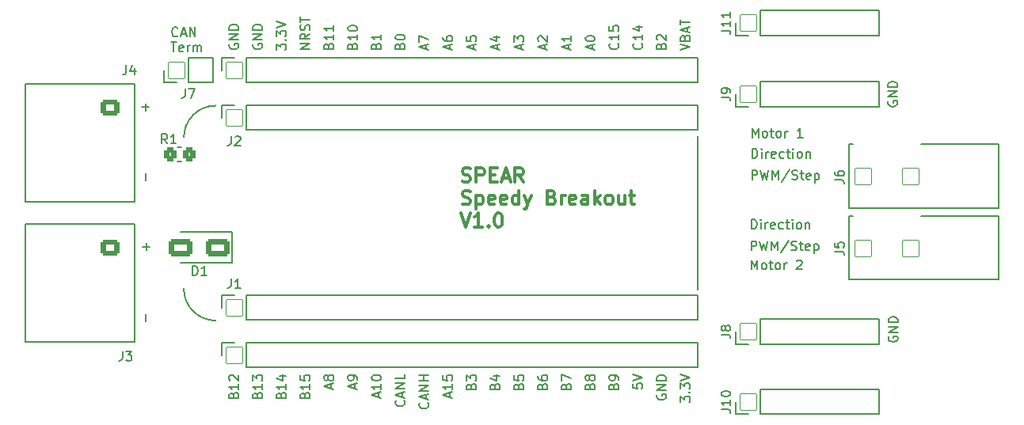
<source format=gto>
G04 #@! TF.GenerationSoftware,KiCad,Pcbnew,7.0.5*
G04 #@! TF.CreationDate,2023-06-29T23:29:45-06:00*
G04 #@! TF.ProjectId,speedy-breakout,73706565-6479-42d6-9272-65616b6f7574,1.0*
G04 #@! TF.SameCoordinates,Original*
G04 #@! TF.FileFunction,Legend,Top*
G04 #@! TF.FilePolarity,Positive*
%FSLAX46Y46*%
G04 Gerber Fmt 4.6, Leading zero omitted, Abs format (unit mm)*
G04 Created by KiCad (PCBNEW 7.0.5) date 2023-06-29 23:29:45*
%MOMM*%
%LPD*%
G01*
G04 APERTURE LIST*
G04 Aperture macros list*
%AMRoundRect*
0 Rectangle with rounded corners*
0 $1 Rounding radius*
0 $2 $3 $4 $5 $6 $7 $8 $9 X,Y pos of 4 corners*
0 Add a 4 corners polygon primitive as box body*
4,1,4,$2,$3,$4,$5,$6,$7,$8,$9,$2,$3,0*
0 Add four circle primitives for the rounded corners*
1,1,$1+$1,$2,$3*
1,1,$1+$1,$4,$5*
1,1,$1+$1,$6,$7*
1,1,$1+$1,$8,$9*
0 Add four rect primitives between the rounded corners*
20,1,$1+$1,$2,$3,$4,$5,0*
20,1,$1+$1,$4,$5,$6,$7,0*
20,1,$1+$1,$6,$7,$8,$9,0*
20,1,$1+$1,$8,$9,$2,$3,0*%
G04 Aperture macros list end*
%ADD10C,0.153000*%
%ADD11C,0.300000*%
%ADD12RoundRect,0.038000X0.850000X-0.850000X0.850000X0.850000X-0.850000X0.850000X-0.850000X-0.850000X0*%
%ADD13O,1.776000X1.776000*%
%ADD14O,2.026000X1.776000*%
%ADD15RoundRect,0.288000X-0.725000X0.600000X-0.725000X-0.600000X0.725000X-0.600000X0.725000X0.600000X0*%
%ADD16C,1.776000*%
%ADD17C,5.676000*%
%ADD18RoundRect,0.288000X1.000000X0.650000X-1.000000X0.650000X-1.000000X-0.650000X1.000000X-0.650000X0*%
%ADD19RoundRect,0.288000X-0.350000X-0.450000X0.350000X-0.450000X0.350000X0.450000X-0.350000X0.450000X0*%
G04 APERTURE END LIST*
D10*
X188237282Y-88077438D02*
X188189663Y-88172676D01*
X188189663Y-88172676D02*
X188189663Y-88315533D01*
X188189663Y-88315533D02*
X188237282Y-88458390D01*
X188237282Y-88458390D02*
X188332520Y-88553628D01*
X188332520Y-88553628D02*
X188427758Y-88601247D01*
X188427758Y-88601247D02*
X188618234Y-88648866D01*
X188618234Y-88648866D02*
X188761091Y-88648866D01*
X188761091Y-88648866D02*
X188951567Y-88601247D01*
X188951567Y-88601247D02*
X189046805Y-88553628D01*
X189046805Y-88553628D02*
X189142044Y-88458390D01*
X189142044Y-88458390D02*
X189189663Y-88315533D01*
X189189663Y-88315533D02*
X189189663Y-88220295D01*
X189189663Y-88220295D02*
X189142044Y-88077438D01*
X189142044Y-88077438D02*
X189094424Y-88029819D01*
X189094424Y-88029819D02*
X188761091Y-88029819D01*
X188761091Y-88029819D02*
X188761091Y-88220295D01*
X189189663Y-87601247D02*
X188189663Y-87601247D01*
X188189663Y-87601247D02*
X189189663Y-87029819D01*
X189189663Y-87029819D02*
X188189663Y-87029819D01*
X189189663Y-86553628D02*
X188189663Y-86553628D01*
X188189663Y-86553628D02*
X188189663Y-86315533D01*
X188189663Y-86315533D02*
X188237282Y-86172676D01*
X188237282Y-86172676D02*
X188332520Y-86077438D01*
X188332520Y-86077438D02*
X188427758Y-86029819D01*
X188427758Y-86029819D02*
X188618234Y-85982200D01*
X188618234Y-85982200D02*
X188761091Y-85982200D01*
X188761091Y-85982200D02*
X188951567Y-86029819D01*
X188951567Y-86029819D02*
X189046805Y-86077438D01*
X189046805Y-86077438D02*
X189142044Y-86172676D01*
X189142044Y-86172676D02*
X189189663Y-86315533D01*
X189189663Y-86315533D02*
X189189663Y-86553628D01*
X188277282Y-113257438D02*
X188229663Y-113352676D01*
X188229663Y-113352676D02*
X188229663Y-113495533D01*
X188229663Y-113495533D02*
X188277282Y-113638390D01*
X188277282Y-113638390D02*
X188372520Y-113733628D01*
X188372520Y-113733628D02*
X188467758Y-113781247D01*
X188467758Y-113781247D02*
X188658234Y-113828866D01*
X188658234Y-113828866D02*
X188801091Y-113828866D01*
X188801091Y-113828866D02*
X188991567Y-113781247D01*
X188991567Y-113781247D02*
X189086805Y-113733628D01*
X189086805Y-113733628D02*
X189182044Y-113638390D01*
X189182044Y-113638390D02*
X189229663Y-113495533D01*
X189229663Y-113495533D02*
X189229663Y-113400295D01*
X189229663Y-113400295D02*
X189182044Y-113257438D01*
X189182044Y-113257438D02*
X189134424Y-113209819D01*
X189134424Y-113209819D02*
X188801091Y-113209819D01*
X188801091Y-113209819D02*
X188801091Y-113400295D01*
X189229663Y-112781247D02*
X188229663Y-112781247D01*
X188229663Y-112781247D02*
X189229663Y-112209819D01*
X189229663Y-112209819D02*
X188229663Y-112209819D01*
X189229663Y-111733628D02*
X188229663Y-111733628D01*
X188229663Y-111733628D02*
X188229663Y-111495533D01*
X188229663Y-111495533D02*
X188277282Y-111352676D01*
X188277282Y-111352676D02*
X188372520Y-111257438D01*
X188372520Y-111257438D02*
X188467758Y-111209819D01*
X188467758Y-111209819D02*
X188658234Y-111162200D01*
X188658234Y-111162200D02*
X188801091Y-111162200D01*
X188801091Y-111162200D02*
X188991567Y-111209819D01*
X188991567Y-111209819D02*
X189086805Y-111257438D01*
X189086805Y-111257438D02*
X189182044Y-111352676D01*
X189182044Y-111352676D02*
X189229663Y-111495533D01*
X189229663Y-111495533D02*
X189229663Y-111733628D01*
X116324206Y-88549999D02*
G75*
G03*
X112909999Y-91964207I-6J-3414201D01*
G01*
X112910000Y-108135794D02*
G75*
G03*
X116324206Y-111550000I3414200J-6D01*
G01*
X167882200Y-108250000D02*
X167882200Y-91800000D01*
X146401148Y-82528866D02*
X146401148Y-82052676D01*
X146686863Y-82624104D02*
X145686863Y-82290771D01*
X145686863Y-82290771D02*
X146686863Y-81957438D01*
X146020196Y-81195533D02*
X146686863Y-81195533D01*
X145639244Y-81433628D02*
X146353529Y-81671723D01*
X146353529Y-81671723D02*
X146353529Y-81052676D01*
X151243053Y-118571609D02*
X151290672Y-118428752D01*
X151290672Y-118428752D02*
X151338291Y-118381133D01*
X151338291Y-118381133D02*
X151433529Y-118333514D01*
X151433529Y-118333514D02*
X151576386Y-118333514D01*
X151576386Y-118333514D02*
X151671624Y-118381133D01*
X151671624Y-118381133D02*
X151719244Y-118428752D01*
X151719244Y-118428752D02*
X151766863Y-118523990D01*
X151766863Y-118523990D02*
X151766863Y-118904942D01*
X151766863Y-118904942D02*
X150766863Y-118904942D01*
X150766863Y-118904942D02*
X150766863Y-118571609D01*
X150766863Y-118571609D02*
X150814482Y-118476371D01*
X150814482Y-118476371D02*
X150862101Y-118428752D01*
X150862101Y-118428752D02*
X150957339Y-118381133D01*
X150957339Y-118381133D02*
X151052577Y-118381133D01*
X151052577Y-118381133D02*
X151147815Y-118428752D01*
X151147815Y-118428752D02*
X151195434Y-118476371D01*
X151195434Y-118476371D02*
X151243053Y-118571609D01*
X151243053Y-118571609D02*
X151243053Y-118904942D01*
X150766863Y-117476371D02*
X150766863Y-117666847D01*
X150766863Y-117666847D02*
X150814482Y-117762085D01*
X150814482Y-117762085D02*
X150862101Y-117809704D01*
X150862101Y-117809704D02*
X151004958Y-117904942D01*
X151004958Y-117904942D02*
X151195434Y-117952561D01*
X151195434Y-117952561D02*
X151576386Y-117952561D01*
X151576386Y-117952561D02*
X151671624Y-117904942D01*
X151671624Y-117904942D02*
X151719244Y-117857323D01*
X151719244Y-117857323D02*
X151766863Y-117762085D01*
X151766863Y-117762085D02*
X151766863Y-117571609D01*
X151766863Y-117571609D02*
X151719244Y-117476371D01*
X151719244Y-117476371D02*
X151671624Y-117428752D01*
X151671624Y-117428752D02*
X151576386Y-117381133D01*
X151576386Y-117381133D02*
X151338291Y-117381133D01*
X151338291Y-117381133D02*
X151243053Y-117428752D01*
X151243053Y-117428752D02*
X151195434Y-117476371D01*
X151195434Y-117476371D02*
X151147815Y-117571609D01*
X151147815Y-117571609D02*
X151147815Y-117762085D01*
X151147815Y-117762085D02*
X151195434Y-117857323D01*
X151195434Y-117857323D02*
X151243053Y-117904942D01*
X151243053Y-117904942D02*
X151338291Y-117952561D01*
X123303053Y-119523990D02*
X123350672Y-119381133D01*
X123350672Y-119381133D02*
X123398291Y-119333514D01*
X123398291Y-119333514D02*
X123493529Y-119285895D01*
X123493529Y-119285895D02*
X123636386Y-119285895D01*
X123636386Y-119285895D02*
X123731624Y-119333514D01*
X123731624Y-119333514D02*
X123779244Y-119381133D01*
X123779244Y-119381133D02*
X123826863Y-119476371D01*
X123826863Y-119476371D02*
X123826863Y-119857323D01*
X123826863Y-119857323D02*
X122826863Y-119857323D01*
X122826863Y-119857323D02*
X122826863Y-119523990D01*
X122826863Y-119523990D02*
X122874482Y-119428752D01*
X122874482Y-119428752D02*
X122922101Y-119381133D01*
X122922101Y-119381133D02*
X123017339Y-119333514D01*
X123017339Y-119333514D02*
X123112577Y-119333514D01*
X123112577Y-119333514D02*
X123207815Y-119381133D01*
X123207815Y-119381133D02*
X123255434Y-119428752D01*
X123255434Y-119428752D02*
X123303053Y-119523990D01*
X123303053Y-119523990D02*
X123303053Y-119857323D01*
X123826863Y-118333514D02*
X123826863Y-118904942D01*
X123826863Y-118619228D02*
X122826863Y-118619228D01*
X122826863Y-118619228D02*
X122969720Y-118714466D01*
X122969720Y-118714466D02*
X123064958Y-118809704D01*
X123064958Y-118809704D02*
X123112577Y-118904942D01*
X123160196Y-117476371D02*
X123826863Y-117476371D01*
X122779244Y-117714466D02*
X123493529Y-117952561D01*
X123493529Y-117952561D02*
X123493529Y-117333514D01*
X108508752Y-103658710D02*
X109270657Y-103658710D01*
X108889704Y-104039663D02*
X108889704Y-103277758D01*
X173598752Y-101729663D02*
X173598752Y-100729663D01*
X173598752Y-100729663D02*
X173836847Y-100729663D01*
X173836847Y-100729663D02*
X173979704Y-100777282D01*
X173979704Y-100777282D02*
X174074942Y-100872520D01*
X174074942Y-100872520D02*
X174122561Y-100967758D01*
X174122561Y-100967758D02*
X174170180Y-101158234D01*
X174170180Y-101158234D02*
X174170180Y-101301091D01*
X174170180Y-101301091D02*
X174122561Y-101491567D01*
X174122561Y-101491567D02*
X174074942Y-101586805D01*
X174074942Y-101586805D02*
X173979704Y-101682044D01*
X173979704Y-101682044D02*
X173836847Y-101729663D01*
X173836847Y-101729663D02*
X173598752Y-101729663D01*
X174598752Y-101729663D02*
X174598752Y-101062996D01*
X174598752Y-100729663D02*
X174551133Y-100777282D01*
X174551133Y-100777282D02*
X174598752Y-100824901D01*
X174598752Y-100824901D02*
X174646371Y-100777282D01*
X174646371Y-100777282D02*
X174598752Y-100729663D01*
X174598752Y-100729663D02*
X174598752Y-100824901D01*
X175074942Y-101729663D02*
X175074942Y-101062996D01*
X175074942Y-101253472D02*
X175122561Y-101158234D01*
X175122561Y-101158234D02*
X175170180Y-101110615D01*
X175170180Y-101110615D02*
X175265418Y-101062996D01*
X175265418Y-101062996D02*
X175360656Y-101062996D01*
X176074942Y-101682044D02*
X175979704Y-101729663D01*
X175979704Y-101729663D02*
X175789228Y-101729663D01*
X175789228Y-101729663D02*
X175693990Y-101682044D01*
X175693990Y-101682044D02*
X175646371Y-101586805D01*
X175646371Y-101586805D02*
X175646371Y-101205853D01*
X175646371Y-101205853D02*
X175693990Y-101110615D01*
X175693990Y-101110615D02*
X175789228Y-101062996D01*
X175789228Y-101062996D02*
X175979704Y-101062996D01*
X175979704Y-101062996D02*
X176074942Y-101110615D01*
X176074942Y-101110615D02*
X176122561Y-101205853D01*
X176122561Y-101205853D02*
X176122561Y-101301091D01*
X176122561Y-101301091D02*
X175646371Y-101396329D01*
X176979704Y-101682044D02*
X176884466Y-101729663D01*
X176884466Y-101729663D02*
X176693990Y-101729663D01*
X176693990Y-101729663D02*
X176598752Y-101682044D01*
X176598752Y-101682044D02*
X176551133Y-101634424D01*
X176551133Y-101634424D02*
X176503514Y-101539186D01*
X176503514Y-101539186D02*
X176503514Y-101253472D01*
X176503514Y-101253472D02*
X176551133Y-101158234D01*
X176551133Y-101158234D02*
X176598752Y-101110615D01*
X176598752Y-101110615D02*
X176693990Y-101062996D01*
X176693990Y-101062996D02*
X176884466Y-101062996D01*
X176884466Y-101062996D02*
X176979704Y-101110615D01*
X177265419Y-101062996D02*
X177646371Y-101062996D01*
X177408276Y-100729663D02*
X177408276Y-101586805D01*
X177408276Y-101586805D02*
X177455895Y-101682044D01*
X177455895Y-101682044D02*
X177551133Y-101729663D01*
X177551133Y-101729663D02*
X177646371Y-101729663D01*
X177979705Y-101729663D02*
X177979705Y-101062996D01*
X177979705Y-100729663D02*
X177932086Y-100777282D01*
X177932086Y-100777282D02*
X177979705Y-100824901D01*
X177979705Y-100824901D02*
X178027324Y-100777282D01*
X178027324Y-100777282D02*
X177979705Y-100729663D01*
X177979705Y-100729663D02*
X177979705Y-100824901D01*
X178598752Y-101729663D02*
X178503514Y-101682044D01*
X178503514Y-101682044D02*
X178455895Y-101634424D01*
X178455895Y-101634424D02*
X178408276Y-101539186D01*
X178408276Y-101539186D02*
X178408276Y-101253472D01*
X178408276Y-101253472D02*
X178455895Y-101158234D01*
X178455895Y-101158234D02*
X178503514Y-101110615D01*
X178503514Y-101110615D02*
X178598752Y-101062996D01*
X178598752Y-101062996D02*
X178741609Y-101062996D01*
X178741609Y-101062996D02*
X178836847Y-101110615D01*
X178836847Y-101110615D02*
X178884466Y-101158234D01*
X178884466Y-101158234D02*
X178932085Y-101253472D01*
X178932085Y-101253472D02*
X178932085Y-101539186D01*
X178932085Y-101539186D02*
X178884466Y-101634424D01*
X178884466Y-101634424D02*
X178836847Y-101682044D01*
X178836847Y-101682044D02*
X178741609Y-101729663D01*
X178741609Y-101729663D02*
X178598752Y-101729663D01*
X179360657Y-101062996D02*
X179360657Y-101729663D01*
X179360657Y-101158234D02*
X179408276Y-101110615D01*
X179408276Y-101110615D02*
X179503514Y-101062996D01*
X179503514Y-101062996D02*
X179646371Y-101062996D01*
X179646371Y-101062996D02*
X179741609Y-101110615D01*
X179741609Y-101110615D02*
X179789228Y-101205853D01*
X179789228Y-101205853D02*
X179789228Y-101729663D01*
X166006863Y-82624104D02*
X167006863Y-82290771D01*
X167006863Y-82290771D02*
X166006863Y-81957438D01*
X166483053Y-81290771D02*
X166530672Y-81147914D01*
X166530672Y-81147914D02*
X166578291Y-81100295D01*
X166578291Y-81100295D02*
X166673529Y-81052676D01*
X166673529Y-81052676D02*
X166816386Y-81052676D01*
X166816386Y-81052676D02*
X166911624Y-81100295D01*
X166911624Y-81100295D02*
X166959244Y-81147914D01*
X166959244Y-81147914D02*
X167006863Y-81243152D01*
X167006863Y-81243152D02*
X167006863Y-81624104D01*
X167006863Y-81624104D02*
X166006863Y-81624104D01*
X166006863Y-81624104D02*
X166006863Y-81290771D01*
X166006863Y-81290771D02*
X166054482Y-81195533D01*
X166054482Y-81195533D02*
X166102101Y-81147914D01*
X166102101Y-81147914D02*
X166197339Y-81100295D01*
X166197339Y-81100295D02*
X166292577Y-81100295D01*
X166292577Y-81100295D02*
X166387815Y-81147914D01*
X166387815Y-81147914D02*
X166435434Y-81195533D01*
X166435434Y-81195533D02*
X166483053Y-81290771D01*
X166483053Y-81290771D02*
X166483053Y-81624104D01*
X166721148Y-80671723D02*
X166721148Y-80195533D01*
X167006863Y-80766961D02*
X166006863Y-80433628D01*
X166006863Y-80433628D02*
X167006863Y-80100295D01*
X166006863Y-79909818D02*
X166006863Y-79338390D01*
X167006863Y-79624104D02*
X166006863Y-79624104D01*
X153783053Y-118571609D02*
X153830672Y-118428752D01*
X153830672Y-118428752D02*
X153878291Y-118381133D01*
X153878291Y-118381133D02*
X153973529Y-118333514D01*
X153973529Y-118333514D02*
X154116386Y-118333514D01*
X154116386Y-118333514D02*
X154211624Y-118381133D01*
X154211624Y-118381133D02*
X154259244Y-118428752D01*
X154259244Y-118428752D02*
X154306863Y-118523990D01*
X154306863Y-118523990D02*
X154306863Y-118904942D01*
X154306863Y-118904942D02*
X153306863Y-118904942D01*
X153306863Y-118904942D02*
X153306863Y-118571609D01*
X153306863Y-118571609D02*
X153354482Y-118476371D01*
X153354482Y-118476371D02*
X153402101Y-118428752D01*
X153402101Y-118428752D02*
X153497339Y-118381133D01*
X153497339Y-118381133D02*
X153592577Y-118381133D01*
X153592577Y-118381133D02*
X153687815Y-118428752D01*
X153687815Y-118428752D02*
X153735434Y-118476371D01*
X153735434Y-118476371D02*
X153783053Y-118571609D01*
X153783053Y-118571609D02*
X153783053Y-118904942D01*
X153306863Y-118000180D02*
X153306863Y-117333514D01*
X153306863Y-117333514D02*
X154306863Y-117762085D01*
X108448752Y-88688710D02*
X109210657Y-88688710D01*
X108829704Y-89069663D02*
X108829704Y-88307758D01*
X148703053Y-118571609D02*
X148750672Y-118428752D01*
X148750672Y-118428752D02*
X148798291Y-118381133D01*
X148798291Y-118381133D02*
X148893529Y-118333514D01*
X148893529Y-118333514D02*
X149036386Y-118333514D01*
X149036386Y-118333514D02*
X149131624Y-118381133D01*
X149131624Y-118381133D02*
X149179244Y-118428752D01*
X149179244Y-118428752D02*
X149226863Y-118523990D01*
X149226863Y-118523990D02*
X149226863Y-118904942D01*
X149226863Y-118904942D02*
X148226863Y-118904942D01*
X148226863Y-118904942D02*
X148226863Y-118571609D01*
X148226863Y-118571609D02*
X148274482Y-118476371D01*
X148274482Y-118476371D02*
X148322101Y-118428752D01*
X148322101Y-118428752D02*
X148417339Y-118381133D01*
X148417339Y-118381133D02*
X148512577Y-118381133D01*
X148512577Y-118381133D02*
X148607815Y-118428752D01*
X148607815Y-118428752D02*
X148655434Y-118476371D01*
X148655434Y-118476371D02*
X148703053Y-118571609D01*
X148703053Y-118571609D02*
X148703053Y-118904942D01*
X148226863Y-117428752D02*
X148226863Y-117904942D01*
X148226863Y-117904942D02*
X148703053Y-117952561D01*
X148703053Y-117952561D02*
X148655434Y-117904942D01*
X148655434Y-117904942D02*
X148607815Y-117809704D01*
X148607815Y-117809704D02*
X148607815Y-117571609D01*
X148607815Y-117571609D02*
X148655434Y-117476371D01*
X148655434Y-117476371D02*
X148703053Y-117428752D01*
X148703053Y-117428752D02*
X148798291Y-117381133D01*
X148798291Y-117381133D02*
X149036386Y-117381133D01*
X149036386Y-117381133D02*
X149131624Y-117428752D01*
X149131624Y-117428752D02*
X149179244Y-117476371D01*
X149179244Y-117476371D02*
X149226863Y-117571609D01*
X149226863Y-117571609D02*
X149226863Y-117809704D01*
X149226863Y-117809704D02*
X149179244Y-117904942D01*
X149179244Y-117904942D02*
X149131624Y-117952561D01*
X173578752Y-104039663D02*
X173578752Y-103039663D01*
X173578752Y-103039663D02*
X173959704Y-103039663D01*
X173959704Y-103039663D02*
X174054942Y-103087282D01*
X174054942Y-103087282D02*
X174102561Y-103134901D01*
X174102561Y-103134901D02*
X174150180Y-103230139D01*
X174150180Y-103230139D02*
X174150180Y-103372996D01*
X174150180Y-103372996D02*
X174102561Y-103468234D01*
X174102561Y-103468234D02*
X174054942Y-103515853D01*
X174054942Y-103515853D02*
X173959704Y-103563472D01*
X173959704Y-103563472D02*
X173578752Y-103563472D01*
X174483514Y-103039663D02*
X174721609Y-104039663D01*
X174721609Y-104039663D02*
X174912085Y-103325377D01*
X174912085Y-103325377D02*
X175102561Y-104039663D01*
X175102561Y-104039663D02*
X175340657Y-103039663D01*
X175721609Y-104039663D02*
X175721609Y-103039663D01*
X175721609Y-103039663D02*
X176054942Y-103753948D01*
X176054942Y-103753948D02*
X176388275Y-103039663D01*
X176388275Y-103039663D02*
X176388275Y-104039663D01*
X177578751Y-102992044D02*
X176721609Y-104277758D01*
X177864466Y-103992044D02*
X178007323Y-104039663D01*
X178007323Y-104039663D02*
X178245418Y-104039663D01*
X178245418Y-104039663D02*
X178340656Y-103992044D01*
X178340656Y-103992044D02*
X178388275Y-103944424D01*
X178388275Y-103944424D02*
X178435894Y-103849186D01*
X178435894Y-103849186D02*
X178435894Y-103753948D01*
X178435894Y-103753948D02*
X178388275Y-103658710D01*
X178388275Y-103658710D02*
X178340656Y-103611091D01*
X178340656Y-103611091D02*
X178245418Y-103563472D01*
X178245418Y-103563472D02*
X178054942Y-103515853D01*
X178054942Y-103515853D02*
X177959704Y-103468234D01*
X177959704Y-103468234D02*
X177912085Y-103420615D01*
X177912085Y-103420615D02*
X177864466Y-103325377D01*
X177864466Y-103325377D02*
X177864466Y-103230139D01*
X177864466Y-103230139D02*
X177912085Y-103134901D01*
X177912085Y-103134901D02*
X177959704Y-103087282D01*
X177959704Y-103087282D02*
X178054942Y-103039663D01*
X178054942Y-103039663D02*
X178293037Y-103039663D01*
X178293037Y-103039663D02*
X178435894Y-103087282D01*
X178721609Y-103372996D02*
X179102561Y-103372996D01*
X178864466Y-103039663D02*
X178864466Y-103896805D01*
X178864466Y-103896805D02*
X178912085Y-103992044D01*
X178912085Y-103992044D02*
X179007323Y-104039663D01*
X179007323Y-104039663D02*
X179102561Y-104039663D01*
X179816847Y-103992044D02*
X179721609Y-104039663D01*
X179721609Y-104039663D02*
X179531133Y-104039663D01*
X179531133Y-104039663D02*
X179435895Y-103992044D01*
X179435895Y-103992044D02*
X179388276Y-103896805D01*
X179388276Y-103896805D02*
X179388276Y-103515853D01*
X179388276Y-103515853D02*
X179435895Y-103420615D01*
X179435895Y-103420615D02*
X179531133Y-103372996D01*
X179531133Y-103372996D02*
X179721609Y-103372996D01*
X179721609Y-103372996D02*
X179816847Y-103420615D01*
X179816847Y-103420615D02*
X179864466Y-103515853D01*
X179864466Y-103515853D02*
X179864466Y-103611091D01*
X179864466Y-103611091D02*
X179388276Y-103706329D01*
X180293038Y-103372996D02*
X180293038Y-104372996D01*
X180293038Y-103420615D02*
X180388276Y-103372996D01*
X180388276Y-103372996D02*
X180578752Y-103372996D01*
X180578752Y-103372996D02*
X180673990Y-103420615D01*
X180673990Y-103420615D02*
X180721609Y-103468234D01*
X180721609Y-103468234D02*
X180769228Y-103563472D01*
X180769228Y-103563472D02*
X180769228Y-103849186D01*
X180769228Y-103849186D02*
X180721609Y-103944424D01*
X180721609Y-103944424D02*
X180673990Y-103992044D01*
X180673990Y-103992044D02*
X180578752Y-104039663D01*
X180578752Y-104039663D02*
X180388276Y-104039663D01*
X180388276Y-104039663D02*
X180293038Y-103992044D01*
X156323053Y-118571609D02*
X156370672Y-118428752D01*
X156370672Y-118428752D02*
X156418291Y-118381133D01*
X156418291Y-118381133D02*
X156513529Y-118333514D01*
X156513529Y-118333514D02*
X156656386Y-118333514D01*
X156656386Y-118333514D02*
X156751624Y-118381133D01*
X156751624Y-118381133D02*
X156799244Y-118428752D01*
X156799244Y-118428752D02*
X156846863Y-118523990D01*
X156846863Y-118523990D02*
X156846863Y-118904942D01*
X156846863Y-118904942D02*
X155846863Y-118904942D01*
X155846863Y-118904942D02*
X155846863Y-118571609D01*
X155846863Y-118571609D02*
X155894482Y-118476371D01*
X155894482Y-118476371D02*
X155942101Y-118428752D01*
X155942101Y-118428752D02*
X156037339Y-118381133D01*
X156037339Y-118381133D02*
X156132577Y-118381133D01*
X156132577Y-118381133D02*
X156227815Y-118428752D01*
X156227815Y-118428752D02*
X156275434Y-118476371D01*
X156275434Y-118476371D02*
X156323053Y-118571609D01*
X156323053Y-118571609D02*
X156323053Y-118904942D01*
X156275434Y-117762085D02*
X156227815Y-117857323D01*
X156227815Y-117857323D02*
X156180196Y-117904942D01*
X156180196Y-117904942D02*
X156084958Y-117952561D01*
X156084958Y-117952561D02*
X156037339Y-117952561D01*
X156037339Y-117952561D02*
X155942101Y-117904942D01*
X155942101Y-117904942D02*
X155894482Y-117857323D01*
X155894482Y-117857323D02*
X155846863Y-117762085D01*
X155846863Y-117762085D02*
X155846863Y-117571609D01*
X155846863Y-117571609D02*
X155894482Y-117476371D01*
X155894482Y-117476371D02*
X155942101Y-117428752D01*
X155942101Y-117428752D02*
X156037339Y-117381133D01*
X156037339Y-117381133D02*
X156084958Y-117381133D01*
X156084958Y-117381133D02*
X156180196Y-117428752D01*
X156180196Y-117428752D02*
X156227815Y-117476371D01*
X156227815Y-117476371D02*
X156275434Y-117571609D01*
X156275434Y-117571609D02*
X156275434Y-117762085D01*
X156275434Y-117762085D02*
X156323053Y-117857323D01*
X156323053Y-117857323D02*
X156370672Y-117904942D01*
X156370672Y-117904942D02*
X156465910Y-117952561D01*
X156465910Y-117952561D02*
X156656386Y-117952561D01*
X156656386Y-117952561D02*
X156751624Y-117904942D01*
X156751624Y-117904942D02*
X156799244Y-117857323D01*
X156799244Y-117857323D02*
X156846863Y-117762085D01*
X156846863Y-117762085D02*
X156846863Y-117571609D01*
X156846863Y-117571609D02*
X156799244Y-117476371D01*
X156799244Y-117476371D02*
X156751624Y-117428752D01*
X156751624Y-117428752D02*
X156656386Y-117381133D01*
X156656386Y-117381133D02*
X156465910Y-117381133D01*
X156465910Y-117381133D02*
X156370672Y-117428752D01*
X156370672Y-117428752D02*
X156323053Y-117476371D01*
X156323053Y-117476371D02*
X156275434Y-117571609D01*
X128383053Y-82147914D02*
X128430672Y-82005057D01*
X128430672Y-82005057D02*
X128478291Y-81957438D01*
X128478291Y-81957438D02*
X128573529Y-81909819D01*
X128573529Y-81909819D02*
X128716386Y-81909819D01*
X128716386Y-81909819D02*
X128811624Y-81957438D01*
X128811624Y-81957438D02*
X128859244Y-82005057D01*
X128859244Y-82005057D02*
X128906863Y-82100295D01*
X128906863Y-82100295D02*
X128906863Y-82481247D01*
X128906863Y-82481247D02*
X127906863Y-82481247D01*
X127906863Y-82481247D02*
X127906863Y-82147914D01*
X127906863Y-82147914D02*
X127954482Y-82052676D01*
X127954482Y-82052676D02*
X128002101Y-82005057D01*
X128002101Y-82005057D02*
X128097339Y-81957438D01*
X128097339Y-81957438D02*
X128192577Y-81957438D01*
X128192577Y-81957438D02*
X128287815Y-82005057D01*
X128287815Y-82005057D02*
X128335434Y-82052676D01*
X128335434Y-82052676D02*
X128383053Y-82147914D01*
X128383053Y-82147914D02*
X128383053Y-82481247D01*
X128906863Y-80957438D02*
X128906863Y-81528866D01*
X128906863Y-81243152D02*
X127906863Y-81243152D01*
X127906863Y-81243152D02*
X128049720Y-81338390D01*
X128049720Y-81338390D02*
X128144958Y-81433628D01*
X128144958Y-81433628D02*
X128192577Y-81528866D01*
X128906863Y-80005057D02*
X128906863Y-80576485D01*
X128906863Y-80290771D02*
X127906863Y-80290771D01*
X127906863Y-80290771D02*
X128049720Y-80386009D01*
X128049720Y-80386009D02*
X128144958Y-80481247D01*
X128144958Y-80481247D02*
X128192577Y-80576485D01*
X173568752Y-106069663D02*
X173568752Y-105069663D01*
X173568752Y-105069663D02*
X173902085Y-105783948D01*
X173902085Y-105783948D02*
X174235418Y-105069663D01*
X174235418Y-105069663D02*
X174235418Y-106069663D01*
X174854466Y-106069663D02*
X174759228Y-106022044D01*
X174759228Y-106022044D02*
X174711609Y-105974424D01*
X174711609Y-105974424D02*
X174663990Y-105879186D01*
X174663990Y-105879186D02*
X174663990Y-105593472D01*
X174663990Y-105593472D02*
X174711609Y-105498234D01*
X174711609Y-105498234D02*
X174759228Y-105450615D01*
X174759228Y-105450615D02*
X174854466Y-105402996D01*
X174854466Y-105402996D02*
X174997323Y-105402996D01*
X174997323Y-105402996D02*
X175092561Y-105450615D01*
X175092561Y-105450615D02*
X175140180Y-105498234D01*
X175140180Y-105498234D02*
X175187799Y-105593472D01*
X175187799Y-105593472D02*
X175187799Y-105879186D01*
X175187799Y-105879186D02*
X175140180Y-105974424D01*
X175140180Y-105974424D02*
X175092561Y-106022044D01*
X175092561Y-106022044D02*
X174997323Y-106069663D01*
X174997323Y-106069663D02*
X174854466Y-106069663D01*
X175473514Y-105402996D02*
X175854466Y-105402996D01*
X175616371Y-105069663D02*
X175616371Y-105926805D01*
X175616371Y-105926805D02*
X175663990Y-106022044D01*
X175663990Y-106022044D02*
X175759228Y-106069663D01*
X175759228Y-106069663D02*
X175854466Y-106069663D01*
X176330657Y-106069663D02*
X176235419Y-106022044D01*
X176235419Y-106022044D02*
X176187800Y-105974424D01*
X176187800Y-105974424D02*
X176140181Y-105879186D01*
X176140181Y-105879186D02*
X176140181Y-105593472D01*
X176140181Y-105593472D02*
X176187800Y-105498234D01*
X176187800Y-105498234D02*
X176235419Y-105450615D01*
X176235419Y-105450615D02*
X176330657Y-105402996D01*
X176330657Y-105402996D02*
X176473514Y-105402996D01*
X176473514Y-105402996D02*
X176568752Y-105450615D01*
X176568752Y-105450615D02*
X176616371Y-105498234D01*
X176616371Y-105498234D02*
X176663990Y-105593472D01*
X176663990Y-105593472D02*
X176663990Y-105879186D01*
X176663990Y-105879186D02*
X176616371Y-105974424D01*
X176616371Y-105974424D02*
X176568752Y-106022044D01*
X176568752Y-106022044D02*
X176473514Y-106069663D01*
X176473514Y-106069663D02*
X176330657Y-106069663D01*
X177092562Y-106069663D02*
X177092562Y-105402996D01*
X177092562Y-105593472D02*
X177140181Y-105498234D01*
X177140181Y-105498234D02*
X177187800Y-105450615D01*
X177187800Y-105450615D02*
X177283038Y-105402996D01*
X177283038Y-105402996D02*
X177378276Y-105402996D01*
X178425896Y-105164901D02*
X178473515Y-105117282D01*
X178473515Y-105117282D02*
X178568753Y-105069663D01*
X178568753Y-105069663D02*
X178806848Y-105069663D01*
X178806848Y-105069663D02*
X178902086Y-105117282D01*
X178902086Y-105117282D02*
X178949705Y-105164901D01*
X178949705Y-105164901D02*
X178997324Y-105260139D01*
X178997324Y-105260139D02*
X178997324Y-105355377D01*
X178997324Y-105355377D02*
X178949705Y-105498234D01*
X178949705Y-105498234D02*
X178378277Y-106069663D01*
X178378277Y-106069663D02*
X178997324Y-106069663D01*
X141321148Y-82528866D02*
X141321148Y-82052676D01*
X141606863Y-82624104D02*
X140606863Y-82290771D01*
X140606863Y-82290771D02*
X141606863Y-81957438D01*
X140606863Y-81195533D02*
X140606863Y-81386009D01*
X140606863Y-81386009D02*
X140654482Y-81481247D01*
X140654482Y-81481247D02*
X140702101Y-81528866D01*
X140702101Y-81528866D02*
X140844958Y-81624104D01*
X140844958Y-81624104D02*
X141035434Y-81671723D01*
X141035434Y-81671723D02*
X141416386Y-81671723D01*
X141416386Y-81671723D02*
X141511624Y-81624104D01*
X141511624Y-81624104D02*
X141559244Y-81576485D01*
X141559244Y-81576485D02*
X141606863Y-81481247D01*
X141606863Y-81481247D02*
X141606863Y-81290771D01*
X141606863Y-81290771D02*
X141559244Y-81195533D01*
X141559244Y-81195533D02*
X141511624Y-81147914D01*
X141511624Y-81147914D02*
X141416386Y-81100295D01*
X141416386Y-81100295D02*
X141178291Y-81100295D01*
X141178291Y-81100295D02*
X141083053Y-81147914D01*
X141083053Y-81147914D02*
X141035434Y-81195533D01*
X141035434Y-81195533D02*
X140987815Y-81290771D01*
X140987815Y-81290771D02*
X140987815Y-81481247D01*
X140987815Y-81481247D02*
X141035434Y-81576485D01*
X141035434Y-81576485D02*
X141083053Y-81624104D01*
X141083053Y-81624104D02*
X141178291Y-81671723D01*
X159291624Y-81909819D02*
X159339244Y-81957438D01*
X159339244Y-81957438D02*
X159386863Y-82100295D01*
X159386863Y-82100295D02*
X159386863Y-82195533D01*
X159386863Y-82195533D02*
X159339244Y-82338390D01*
X159339244Y-82338390D02*
X159244005Y-82433628D01*
X159244005Y-82433628D02*
X159148767Y-82481247D01*
X159148767Y-82481247D02*
X158958291Y-82528866D01*
X158958291Y-82528866D02*
X158815434Y-82528866D01*
X158815434Y-82528866D02*
X158624958Y-82481247D01*
X158624958Y-82481247D02*
X158529720Y-82433628D01*
X158529720Y-82433628D02*
X158434482Y-82338390D01*
X158434482Y-82338390D02*
X158386863Y-82195533D01*
X158386863Y-82195533D02*
X158386863Y-82100295D01*
X158386863Y-82100295D02*
X158434482Y-81957438D01*
X158434482Y-81957438D02*
X158482101Y-81909819D01*
X159386863Y-80957438D02*
X159386863Y-81528866D01*
X159386863Y-81243152D02*
X158386863Y-81243152D01*
X158386863Y-81243152D02*
X158529720Y-81338390D01*
X158529720Y-81338390D02*
X158624958Y-81433628D01*
X158624958Y-81433628D02*
X158672577Y-81528866D01*
X158386863Y-80052676D02*
X158386863Y-80528866D01*
X158386863Y-80528866D02*
X158863053Y-80576485D01*
X158863053Y-80576485D02*
X158815434Y-80528866D01*
X158815434Y-80528866D02*
X158767815Y-80433628D01*
X158767815Y-80433628D02*
X158767815Y-80195533D01*
X158767815Y-80195533D02*
X158815434Y-80100295D01*
X158815434Y-80100295D02*
X158863053Y-80052676D01*
X158863053Y-80052676D02*
X158958291Y-80005057D01*
X158958291Y-80005057D02*
X159196386Y-80005057D01*
X159196386Y-80005057D02*
X159291624Y-80052676D01*
X159291624Y-80052676D02*
X159339244Y-80100295D01*
X159339244Y-80100295D02*
X159386863Y-80195533D01*
X159386863Y-80195533D02*
X159386863Y-80433628D01*
X159386863Y-80433628D02*
X159339244Y-80528866D01*
X159339244Y-80528866D02*
X159291624Y-80576485D01*
X133463053Y-82147914D02*
X133510672Y-82005057D01*
X133510672Y-82005057D02*
X133558291Y-81957438D01*
X133558291Y-81957438D02*
X133653529Y-81909819D01*
X133653529Y-81909819D02*
X133796386Y-81909819D01*
X133796386Y-81909819D02*
X133891624Y-81957438D01*
X133891624Y-81957438D02*
X133939244Y-82005057D01*
X133939244Y-82005057D02*
X133986863Y-82100295D01*
X133986863Y-82100295D02*
X133986863Y-82481247D01*
X133986863Y-82481247D02*
X132986863Y-82481247D01*
X132986863Y-82481247D02*
X132986863Y-82147914D01*
X132986863Y-82147914D02*
X133034482Y-82052676D01*
X133034482Y-82052676D02*
X133082101Y-82005057D01*
X133082101Y-82005057D02*
X133177339Y-81957438D01*
X133177339Y-81957438D02*
X133272577Y-81957438D01*
X133272577Y-81957438D02*
X133367815Y-82005057D01*
X133367815Y-82005057D02*
X133415434Y-82052676D01*
X133415434Y-82052676D02*
X133463053Y-82147914D01*
X133463053Y-82147914D02*
X133463053Y-82481247D01*
X133986863Y-80957438D02*
X133986863Y-81528866D01*
X133986863Y-81243152D02*
X132986863Y-81243152D01*
X132986863Y-81243152D02*
X133129720Y-81338390D01*
X133129720Y-81338390D02*
X133224958Y-81433628D01*
X133224958Y-81433628D02*
X133272577Y-81528866D01*
X118223053Y-119523990D02*
X118270672Y-119381133D01*
X118270672Y-119381133D02*
X118318291Y-119333514D01*
X118318291Y-119333514D02*
X118413529Y-119285895D01*
X118413529Y-119285895D02*
X118556386Y-119285895D01*
X118556386Y-119285895D02*
X118651624Y-119333514D01*
X118651624Y-119333514D02*
X118699244Y-119381133D01*
X118699244Y-119381133D02*
X118746863Y-119476371D01*
X118746863Y-119476371D02*
X118746863Y-119857323D01*
X118746863Y-119857323D02*
X117746863Y-119857323D01*
X117746863Y-119857323D02*
X117746863Y-119523990D01*
X117746863Y-119523990D02*
X117794482Y-119428752D01*
X117794482Y-119428752D02*
X117842101Y-119381133D01*
X117842101Y-119381133D02*
X117937339Y-119333514D01*
X117937339Y-119333514D02*
X118032577Y-119333514D01*
X118032577Y-119333514D02*
X118127815Y-119381133D01*
X118127815Y-119381133D02*
X118175434Y-119428752D01*
X118175434Y-119428752D02*
X118223053Y-119523990D01*
X118223053Y-119523990D02*
X118223053Y-119857323D01*
X118746863Y-118333514D02*
X118746863Y-118904942D01*
X118746863Y-118619228D02*
X117746863Y-118619228D01*
X117746863Y-118619228D02*
X117889720Y-118714466D01*
X117889720Y-118714466D02*
X117984958Y-118809704D01*
X117984958Y-118809704D02*
X118032577Y-118904942D01*
X117842101Y-117952561D02*
X117794482Y-117904942D01*
X117794482Y-117904942D02*
X117746863Y-117809704D01*
X117746863Y-117809704D02*
X117746863Y-117571609D01*
X117746863Y-117571609D02*
X117794482Y-117476371D01*
X117794482Y-117476371D02*
X117842101Y-117428752D01*
X117842101Y-117428752D02*
X117937339Y-117381133D01*
X117937339Y-117381133D02*
X118032577Y-117381133D01*
X118032577Y-117381133D02*
X118175434Y-117428752D01*
X118175434Y-117428752D02*
X118746863Y-118000180D01*
X118746863Y-118000180D02*
X118746863Y-117381133D01*
X128621148Y-118809704D02*
X128621148Y-118333514D01*
X128906863Y-118904942D02*
X127906863Y-118571609D01*
X127906863Y-118571609D02*
X128906863Y-118238276D01*
X128335434Y-117762085D02*
X128287815Y-117857323D01*
X128287815Y-117857323D02*
X128240196Y-117904942D01*
X128240196Y-117904942D02*
X128144958Y-117952561D01*
X128144958Y-117952561D02*
X128097339Y-117952561D01*
X128097339Y-117952561D02*
X128002101Y-117904942D01*
X128002101Y-117904942D02*
X127954482Y-117857323D01*
X127954482Y-117857323D02*
X127906863Y-117762085D01*
X127906863Y-117762085D02*
X127906863Y-117571609D01*
X127906863Y-117571609D02*
X127954482Y-117476371D01*
X127954482Y-117476371D02*
X128002101Y-117428752D01*
X128002101Y-117428752D02*
X128097339Y-117381133D01*
X128097339Y-117381133D02*
X128144958Y-117381133D01*
X128144958Y-117381133D02*
X128240196Y-117428752D01*
X128240196Y-117428752D02*
X128287815Y-117476371D01*
X128287815Y-117476371D02*
X128335434Y-117571609D01*
X128335434Y-117571609D02*
X128335434Y-117762085D01*
X128335434Y-117762085D02*
X128383053Y-117857323D01*
X128383053Y-117857323D02*
X128430672Y-117904942D01*
X128430672Y-117904942D02*
X128525910Y-117952561D01*
X128525910Y-117952561D02*
X128716386Y-117952561D01*
X128716386Y-117952561D02*
X128811624Y-117904942D01*
X128811624Y-117904942D02*
X128859244Y-117857323D01*
X128859244Y-117857323D02*
X128906863Y-117762085D01*
X128906863Y-117762085D02*
X128906863Y-117571609D01*
X128906863Y-117571609D02*
X128859244Y-117476371D01*
X128859244Y-117476371D02*
X128811624Y-117428752D01*
X128811624Y-117428752D02*
X128716386Y-117381133D01*
X128716386Y-117381133D02*
X128525910Y-117381133D01*
X128525910Y-117381133D02*
X128430672Y-117428752D01*
X128430672Y-117428752D02*
X128383053Y-117476371D01*
X128383053Y-117476371D02*
X128335434Y-117571609D01*
X133701148Y-119762085D02*
X133701148Y-119285895D01*
X133986863Y-119857323D02*
X132986863Y-119523990D01*
X132986863Y-119523990D02*
X133986863Y-119190657D01*
X133986863Y-118333514D02*
X133986863Y-118904942D01*
X133986863Y-118619228D02*
X132986863Y-118619228D01*
X132986863Y-118619228D02*
X133129720Y-118714466D01*
X133129720Y-118714466D02*
X133224958Y-118809704D01*
X133224958Y-118809704D02*
X133272577Y-118904942D01*
X132986863Y-117714466D02*
X132986863Y-117619228D01*
X132986863Y-117619228D02*
X133034482Y-117523990D01*
X133034482Y-117523990D02*
X133082101Y-117476371D01*
X133082101Y-117476371D02*
X133177339Y-117428752D01*
X133177339Y-117428752D02*
X133367815Y-117381133D01*
X133367815Y-117381133D02*
X133605910Y-117381133D01*
X133605910Y-117381133D02*
X133796386Y-117428752D01*
X133796386Y-117428752D02*
X133891624Y-117476371D01*
X133891624Y-117476371D02*
X133939244Y-117523990D01*
X133939244Y-117523990D02*
X133986863Y-117619228D01*
X133986863Y-117619228D02*
X133986863Y-117714466D01*
X133986863Y-117714466D02*
X133939244Y-117809704D01*
X133939244Y-117809704D02*
X133891624Y-117857323D01*
X133891624Y-117857323D02*
X133796386Y-117904942D01*
X133796386Y-117904942D02*
X133605910Y-117952561D01*
X133605910Y-117952561D02*
X133367815Y-117952561D01*
X133367815Y-117952561D02*
X133177339Y-117904942D01*
X133177339Y-117904942D02*
X133082101Y-117857323D01*
X133082101Y-117857323D02*
X133034482Y-117809704D01*
X133034482Y-117809704D02*
X132986863Y-117714466D01*
X146163053Y-118571609D02*
X146210672Y-118428752D01*
X146210672Y-118428752D02*
X146258291Y-118381133D01*
X146258291Y-118381133D02*
X146353529Y-118333514D01*
X146353529Y-118333514D02*
X146496386Y-118333514D01*
X146496386Y-118333514D02*
X146591624Y-118381133D01*
X146591624Y-118381133D02*
X146639244Y-118428752D01*
X146639244Y-118428752D02*
X146686863Y-118523990D01*
X146686863Y-118523990D02*
X146686863Y-118904942D01*
X146686863Y-118904942D02*
X145686863Y-118904942D01*
X145686863Y-118904942D02*
X145686863Y-118571609D01*
X145686863Y-118571609D02*
X145734482Y-118476371D01*
X145734482Y-118476371D02*
X145782101Y-118428752D01*
X145782101Y-118428752D02*
X145877339Y-118381133D01*
X145877339Y-118381133D02*
X145972577Y-118381133D01*
X145972577Y-118381133D02*
X146067815Y-118428752D01*
X146067815Y-118428752D02*
X146115434Y-118476371D01*
X146115434Y-118476371D02*
X146163053Y-118571609D01*
X146163053Y-118571609D02*
X146163053Y-118904942D01*
X146020196Y-117476371D02*
X146686863Y-117476371D01*
X145639244Y-117714466D02*
X146353529Y-117952561D01*
X146353529Y-117952561D02*
X146353529Y-117333514D01*
X138971624Y-120333514D02*
X139019244Y-120381133D01*
X139019244Y-120381133D02*
X139066863Y-120523990D01*
X139066863Y-120523990D02*
X139066863Y-120619228D01*
X139066863Y-120619228D02*
X139019244Y-120762085D01*
X139019244Y-120762085D02*
X138924005Y-120857323D01*
X138924005Y-120857323D02*
X138828767Y-120904942D01*
X138828767Y-120904942D02*
X138638291Y-120952561D01*
X138638291Y-120952561D02*
X138495434Y-120952561D01*
X138495434Y-120952561D02*
X138304958Y-120904942D01*
X138304958Y-120904942D02*
X138209720Y-120857323D01*
X138209720Y-120857323D02*
X138114482Y-120762085D01*
X138114482Y-120762085D02*
X138066863Y-120619228D01*
X138066863Y-120619228D02*
X138066863Y-120523990D01*
X138066863Y-120523990D02*
X138114482Y-120381133D01*
X138114482Y-120381133D02*
X138162101Y-120333514D01*
X138781148Y-119952561D02*
X138781148Y-119476371D01*
X139066863Y-120047799D02*
X138066863Y-119714466D01*
X138066863Y-119714466D02*
X139066863Y-119381133D01*
X139066863Y-119047799D02*
X138066863Y-119047799D01*
X138066863Y-119047799D02*
X139066863Y-118476371D01*
X139066863Y-118476371D02*
X138066863Y-118476371D01*
X139066863Y-118000180D02*
X138066863Y-118000180D01*
X138543053Y-118000180D02*
X138543053Y-117428752D01*
X139066863Y-117428752D02*
X138066863Y-117428752D01*
X143623053Y-118571609D02*
X143670672Y-118428752D01*
X143670672Y-118428752D02*
X143718291Y-118381133D01*
X143718291Y-118381133D02*
X143813529Y-118333514D01*
X143813529Y-118333514D02*
X143956386Y-118333514D01*
X143956386Y-118333514D02*
X144051624Y-118381133D01*
X144051624Y-118381133D02*
X144099244Y-118428752D01*
X144099244Y-118428752D02*
X144146863Y-118523990D01*
X144146863Y-118523990D02*
X144146863Y-118904942D01*
X144146863Y-118904942D02*
X143146863Y-118904942D01*
X143146863Y-118904942D02*
X143146863Y-118571609D01*
X143146863Y-118571609D02*
X143194482Y-118476371D01*
X143194482Y-118476371D02*
X143242101Y-118428752D01*
X143242101Y-118428752D02*
X143337339Y-118381133D01*
X143337339Y-118381133D02*
X143432577Y-118381133D01*
X143432577Y-118381133D02*
X143527815Y-118428752D01*
X143527815Y-118428752D02*
X143575434Y-118476371D01*
X143575434Y-118476371D02*
X143623053Y-118571609D01*
X143623053Y-118571609D02*
X143623053Y-118904942D01*
X143146863Y-118000180D02*
X143146863Y-117381133D01*
X143146863Y-117381133D02*
X143527815Y-117714466D01*
X143527815Y-117714466D02*
X143527815Y-117571609D01*
X143527815Y-117571609D02*
X143575434Y-117476371D01*
X143575434Y-117476371D02*
X143623053Y-117428752D01*
X143623053Y-117428752D02*
X143718291Y-117381133D01*
X143718291Y-117381133D02*
X143956386Y-117381133D01*
X143956386Y-117381133D02*
X144051624Y-117428752D01*
X144051624Y-117428752D02*
X144099244Y-117476371D01*
X144099244Y-117476371D02*
X144146863Y-117571609D01*
X144146863Y-117571609D02*
X144146863Y-117857323D01*
X144146863Y-117857323D02*
X144099244Y-117952561D01*
X144099244Y-117952561D02*
X144051624Y-118000180D01*
X148941148Y-82528866D02*
X148941148Y-82052676D01*
X149226863Y-82624104D02*
X148226863Y-82290771D01*
X148226863Y-82290771D02*
X149226863Y-81957438D01*
X148226863Y-81719342D02*
X148226863Y-81100295D01*
X148226863Y-81100295D02*
X148607815Y-81433628D01*
X148607815Y-81433628D02*
X148607815Y-81290771D01*
X148607815Y-81290771D02*
X148655434Y-81195533D01*
X148655434Y-81195533D02*
X148703053Y-81147914D01*
X148703053Y-81147914D02*
X148798291Y-81100295D01*
X148798291Y-81100295D02*
X149036386Y-81100295D01*
X149036386Y-81100295D02*
X149131624Y-81147914D01*
X149131624Y-81147914D02*
X149179244Y-81195533D01*
X149179244Y-81195533D02*
X149226863Y-81290771D01*
X149226863Y-81290771D02*
X149226863Y-81576485D01*
X149226863Y-81576485D02*
X149179244Y-81671723D01*
X149179244Y-81671723D02*
X149131624Y-81719342D01*
X120763053Y-119523990D02*
X120810672Y-119381133D01*
X120810672Y-119381133D02*
X120858291Y-119333514D01*
X120858291Y-119333514D02*
X120953529Y-119285895D01*
X120953529Y-119285895D02*
X121096386Y-119285895D01*
X121096386Y-119285895D02*
X121191624Y-119333514D01*
X121191624Y-119333514D02*
X121239244Y-119381133D01*
X121239244Y-119381133D02*
X121286863Y-119476371D01*
X121286863Y-119476371D02*
X121286863Y-119857323D01*
X121286863Y-119857323D02*
X120286863Y-119857323D01*
X120286863Y-119857323D02*
X120286863Y-119523990D01*
X120286863Y-119523990D02*
X120334482Y-119428752D01*
X120334482Y-119428752D02*
X120382101Y-119381133D01*
X120382101Y-119381133D02*
X120477339Y-119333514D01*
X120477339Y-119333514D02*
X120572577Y-119333514D01*
X120572577Y-119333514D02*
X120667815Y-119381133D01*
X120667815Y-119381133D02*
X120715434Y-119428752D01*
X120715434Y-119428752D02*
X120763053Y-119523990D01*
X120763053Y-119523990D02*
X120763053Y-119857323D01*
X121286863Y-118333514D02*
X121286863Y-118904942D01*
X121286863Y-118619228D02*
X120286863Y-118619228D01*
X120286863Y-118619228D02*
X120429720Y-118714466D01*
X120429720Y-118714466D02*
X120524958Y-118809704D01*
X120524958Y-118809704D02*
X120572577Y-118904942D01*
X120286863Y-118000180D02*
X120286863Y-117381133D01*
X120286863Y-117381133D02*
X120667815Y-117714466D01*
X120667815Y-117714466D02*
X120667815Y-117571609D01*
X120667815Y-117571609D02*
X120715434Y-117476371D01*
X120715434Y-117476371D02*
X120763053Y-117428752D01*
X120763053Y-117428752D02*
X120858291Y-117381133D01*
X120858291Y-117381133D02*
X121096386Y-117381133D01*
X121096386Y-117381133D02*
X121191624Y-117428752D01*
X121191624Y-117428752D02*
X121239244Y-117476371D01*
X121239244Y-117476371D02*
X121286863Y-117571609D01*
X121286863Y-117571609D02*
X121286863Y-117857323D01*
X121286863Y-117857323D02*
X121239244Y-117952561D01*
X121239244Y-117952561D02*
X121191624Y-118000180D01*
X160926863Y-118285895D02*
X160926863Y-118762085D01*
X160926863Y-118762085D02*
X161403053Y-118809704D01*
X161403053Y-118809704D02*
X161355434Y-118762085D01*
X161355434Y-118762085D02*
X161307815Y-118666847D01*
X161307815Y-118666847D02*
X161307815Y-118428752D01*
X161307815Y-118428752D02*
X161355434Y-118333514D01*
X161355434Y-118333514D02*
X161403053Y-118285895D01*
X161403053Y-118285895D02*
X161498291Y-118238276D01*
X161498291Y-118238276D02*
X161736386Y-118238276D01*
X161736386Y-118238276D02*
X161831624Y-118285895D01*
X161831624Y-118285895D02*
X161879244Y-118333514D01*
X161879244Y-118333514D02*
X161926863Y-118428752D01*
X161926863Y-118428752D02*
X161926863Y-118666847D01*
X161926863Y-118666847D02*
X161879244Y-118762085D01*
X161879244Y-118762085D02*
X161831624Y-118809704D01*
X160926863Y-117952561D02*
X161926863Y-117619228D01*
X161926863Y-117619228D02*
X160926863Y-117285895D01*
X138781148Y-82528866D02*
X138781148Y-82052676D01*
X139066863Y-82624104D02*
X138066863Y-82290771D01*
X138066863Y-82290771D02*
X139066863Y-81957438D01*
X138066863Y-81719342D02*
X138066863Y-81052676D01*
X138066863Y-81052676D02*
X139066863Y-81481247D01*
X131161148Y-118809704D02*
X131161148Y-118333514D01*
X131446863Y-118904942D02*
X130446863Y-118571609D01*
X130446863Y-118571609D02*
X131446863Y-118238276D01*
X131446863Y-117857323D02*
X131446863Y-117666847D01*
X131446863Y-117666847D02*
X131399244Y-117571609D01*
X131399244Y-117571609D02*
X131351624Y-117523990D01*
X131351624Y-117523990D02*
X131208767Y-117428752D01*
X131208767Y-117428752D02*
X131018291Y-117381133D01*
X131018291Y-117381133D02*
X130637339Y-117381133D01*
X130637339Y-117381133D02*
X130542101Y-117428752D01*
X130542101Y-117428752D02*
X130494482Y-117476371D01*
X130494482Y-117476371D02*
X130446863Y-117571609D01*
X130446863Y-117571609D02*
X130446863Y-117762085D01*
X130446863Y-117762085D02*
X130494482Y-117857323D01*
X130494482Y-117857323D02*
X130542101Y-117904942D01*
X130542101Y-117904942D02*
X130637339Y-117952561D01*
X130637339Y-117952561D02*
X130875434Y-117952561D01*
X130875434Y-117952561D02*
X130970672Y-117904942D01*
X130970672Y-117904942D02*
X131018291Y-117857323D01*
X131018291Y-117857323D02*
X131065910Y-117762085D01*
X131065910Y-117762085D02*
X131065910Y-117571609D01*
X131065910Y-117571609D02*
X131018291Y-117476371D01*
X131018291Y-117476371D02*
X130970672Y-117428752D01*
X130970672Y-117428752D02*
X130875434Y-117381133D01*
X173658752Y-91949663D02*
X173658752Y-90949663D01*
X173658752Y-90949663D02*
X173992085Y-91663948D01*
X173992085Y-91663948D02*
X174325418Y-90949663D01*
X174325418Y-90949663D02*
X174325418Y-91949663D01*
X174944466Y-91949663D02*
X174849228Y-91902044D01*
X174849228Y-91902044D02*
X174801609Y-91854424D01*
X174801609Y-91854424D02*
X174753990Y-91759186D01*
X174753990Y-91759186D02*
X174753990Y-91473472D01*
X174753990Y-91473472D02*
X174801609Y-91378234D01*
X174801609Y-91378234D02*
X174849228Y-91330615D01*
X174849228Y-91330615D02*
X174944466Y-91282996D01*
X174944466Y-91282996D02*
X175087323Y-91282996D01*
X175087323Y-91282996D02*
X175182561Y-91330615D01*
X175182561Y-91330615D02*
X175230180Y-91378234D01*
X175230180Y-91378234D02*
X175277799Y-91473472D01*
X175277799Y-91473472D02*
X175277799Y-91759186D01*
X175277799Y-91759186D02*
X175230180Y-91854424D01*
X175230180Y-91854424D02*
X175182561Y-91902044D01*
X175182561Y-91902044D02*
X175087323Y-91949663D01*
X175087323Y-91949663D02*
X174944466Y-91949663D01*
X175563514Y-91282996D02*
X175944466Y-91282996D01*
X175706371Y-90949663D02*
X175706371Y-91806805D01*
X175706371Y-91806805D02*
X175753990Y-91902044D01*
X175753990Y-91902044D02*
X175849228Y-91949663D01*
X175849228Y-91949663D02*
X175944466Y-91949663D01*
X176420657Y-91949663D02*
X176325419Y-91902044D01*
X176325419Y-91902044D02*
X176277800Y-91854424D01*
X176277800Y-91854424D02*
X176230181Y-91759186D01*
X176230181Y-91759186D02*
X176230181Y-91473472D01*
X176230181Y-91473472D02*
X176277800Y-91378234D01*
X176277800Y-91378234D02*
X176325419Y-91330615D01*
X176325419Y-91330615D02*
X176420657Y-91282996D01*
X176420657Y-91282996D02*
X176563514Y-91282996D01*
X176563514Y-91282996D02*
X176658752Y-91330615D01*
X176658752Y-91330615D02*
X176706371Y-91378234D01*
X176706371Y-91378234D02*
X176753990Y-91473472D01*
X176753990Y-91473472D02*
X176753990Y-91759186D01*
X176753990Y-91759186D02*
X176706371Y-91854424D01*
X176706371Y-91854424D02*
X176658752Y-91902044D01*
X176658752Y-91902044D02*
X176563514Y-91949663D01*
X176563514Y-91949663D02*
X176420657Y-91949663D01*
X177182562Y-91949663D02*
X177182562Y-91282996D01*
X177182562Y-91473472D02*
X177230181Y-91378234D01*
X177230181Y-91378234D02*
X177277800Y-91330615D01*
X177277800Y-91330615D02*
X177373038Y-91282996D01*
X177373038Y-91282996D02*
X177468276Y-91282996D01*
X179087324Y-91949663D02*
X178515896Y-91949663D01*
X178801610Y-91949663D02*
X178801610Y-90949663D01*
X178801610Y-90949663D02*
X178706372Y-91092520D01*
X178706372Y-91092520D02*
X178611134Y-91187758D01*
X178611134Y-91187758D02*
X178515896Y-91235377D01*
X151481148Y-82528866D02*
X151481148Y-82052676D01*
X151766863Y-82624104D02*
X150766863Y-82290771D01*
X150766863Y-82290771D02*
X151766863Y-81957438D01*
X150862101Y-81671723D02*
X150814482Y-81624104D01*
X150814482Y-81624104D02*
X150766863Y-81528866D01*
X150766863Y-81528866D02*
X150766863Y-81290771D01*
X150766863Y-81290771D02*
X150814482Y-81195533D01*
X150814482Y-81195533D02*
X150862101Y-81147914D01*
X150862101Y-81147914D02*
X150957339Y-81100295D01*
X150957339Y-81100295D02*
X151052577Y-81100295D01*
X151052577Y-81100295D02*
X151195434Y-81147914D01*
X151195434Y-81147914D02*
X151766863Y-81719342D01*
X151766863Y-81719342D02*
X151766863Y-81100295D01*
X166006863Y-120285894D02*
X166006863Y-119666847D01*
X166006863Y-119666847D02*
X166387815Y-120000180D01*
X166387815Y-120000180D02*
X166387815Y-119857323D01*
X166387815Y-119857323D02*
X166435434Y-119762085D01*
X166435434Y-119762085D02*
X166483053Y-119714466D01*
X166483053Y-119714466D02*
X166578291Y-119666847D01*
X166578291Y-119666847D02*
X166816386Y-119666847D01*
X166816386Y-119666847D02*
X166911624Y-119714466D01*
X166911624Y-119714466D02*
X166959244Y-119762085D01*
X166959244Y-119762085D02*
X167006863Y-119857323D01*
X167006863Y-119857323D02*
X167006863Y-120143037D01*
X167006863Y-120143037D02*
X166959244Y-120238275D01*
X166959244Y-120238275D02*
X166911624Y-120285894D01*
X166911624Y-119238275D02*
X166959244Y-119190656D01*
X166959244Y-119190656D02*
X167006863Y-119238275D01*
X167006863Y-119238275D02*
X166959244Y-119285894D01*
X166959244Y-119285894D02*
X166911624Y-119238275D01*
X166911624Y-119238275D02*
X167006863Y-119238275D01*
X166006863Y-118857323D02*
X166006863Y-118238276D01*
X166006863Y-118238276D02*
X166387815Y-118571609D01*
X166387815Y-118571609D02*
X166387815Y-118428752D01*
X166387815Y-118428752D02*
X166435434Y-118333514D01*
X166435434Y-118333514D02*
X166483053Y-118285895D01*
X166483053Y-118285895D02*
X166578291Y-118238276D01*
X166578291Y-118238276D02*
X166816386Y-118238276D01*
X166816386Y-118238276D02*
X166911624Y-118285895D01*
X166911624Y-118285895D02*
X166959244Y-118333514D01*
X166959244Y-118333514D02*
X167006863Y-118428752D01*
X167006863Y-118428752D02*
X167006863Y-118714466D01*
X167006863Y-118714466D02*
X166959244Y-118809704D01*
X166959244Y-118809704D02*
X166911624Y-118857323D01*
X166006863Y-117952561D02*
X167006863Y-117619228D01*
X167006863Y-117619228D02*
X166006863Y-117285895D01*
X143861148Y-82528866D02*
X143861148Y-82052676D01*
X144146863Y-82624104D02*
X143146863Y-82290771D01*
X143146863Y-82290771D02*
X144146863Y-81957438D01*
X143146863Y-81147914D02*
X143146863Y-81624104D01*
X143146863Y-81624104D02*
X143623053Y-81671723D01*
X143623053Y-81671723D02*
X143575434Y-81624104D01*
X143575434Y-81624104D02*
X143527815Y-81528866D01*
X143527815Y-81528866D02*
X143527815Y-81290771D01*
X143527815Y-81290771D02*
X143575434Y-81195533D01*
X143575434Y-81195533D02*
X143623053Y-81147914D01*
X143623053Y-81147914D02*
X143718291Y-81100295D01*
X143718291Y-81100295D02*
X143956386Y-81100295D01*
X143956386Y-81100295D02*
X144051624Y-81147914D01*
X144051624Y-81147914D02*
X144099244Y-81195533D01*
X144099244Y-81195533D02*
X144146863Y-81290771D01*
X144146863Y-81290771D02*
X144146863Y-81528866D01*
X144146863Y-81528866D02*
X144099244Y-81624104D01*
X144099244Y-81624104D02*
X144051624Y-81671723D01*
X120334482Y-81957438D02*
X120286863Y-82052676D01*
X120286863Y-82052676D02*
X120286863Y-82195533D01*
X120286863Y-82195533D02*
X120334482Y-82338390D01*
X120334482Y-82338390D02*
X120429720Y-82433628D01*
X120429720Y-82433628D02*
X120524958Y-82481247D01*
X120524958Y-82481247D02*
X120715434Y-82528866D01*
X120715434Y-82528866D02*
X120858291Y-82528866D01*
X120858291Y-82528866D02*
X121048767Y-82481247D01*
X121048767Y-82481247D02*
X121144005Y-82433628D01*
X121144005Y-82433628D02*
X121239244Y-82338390D01*
X121239244Y-82338390D02*
X121286863Y-82195533D01*
X121286863Y-82195533D02*
X121286863Y-82100295D01*
X121286863Y-82100295D02*
X121239244Y-81957438D01*
X121239244Y-81957438D02*
X121191624Y-81909819D01*
X121191624Y-81909819D02*
X120858291Y-81909819D01*
X120858291Y-81909819D02*
X120858291Y-82100295D01*
X121286863Y-81481247D02*
X120286863Y-81481247D01*
X120286863Y-81481247D02*
X121286863Y-80909819D01*
X121286863Y-80909819D02*
X120286863Y-80909819D01*
X121286863Y-80433628D02*
X120286863Y-80433628D01*
X120286863Y-80433628D02*
X120286863Y-80195533D01*
X120286863Y-80195533D02*
X120334482Y-80052676D01*
X120334482Y-80052676D02*
X120429720Y-79957438D01*
X120429720Y-79957438D02*
X120524958Y-79909819D01*
X120524958Y-79909819D02*
X120715434Y-79862200D01*
X120715434Y-79862200D02*
X120858291Y-79862200D01*
X120858291Y-79862200D02*
X121048767Y-79909819D01*
X121048767Y-79909819D02*
X121144005Y-79957438D01*
X121144005Y-79957438D02*
X121239244Y-80052676D01*
X121239244Y-80052676D02*
X121286863Y-80195533D01*
X121286863Y-80195533D02*
X121286863Y-80433628D01*
X173648752Y-96459663D02*
X173648752Y-95459663D01*
X173648752Y-95459663D02*
X174029704Y-95459663D01*
X174029704Y-95459663D02*
X174124942Y-95507282D01*
X174124942Y-95507282D02*
X174172561Y-95554901D01*
X174172561Y-95554901D02*
X174220180Y-95650139D01*
X174220180Y-95650139D02*
X174220180Y-95792996D01*
X174220180Y-95792996D02*
X174172561Y-95888234D01*
X174172561Y-95888234D02*
X174124942Y-95935853D01*
X174124942Y-95935853D02*
X174029704Y-95983472D01*
X174029704Y-95983472D02*
X173648752Y-95983472D01*
X174553514Y-95459663D02*
X174791609Y-96459663D01*
X174791609Y-96459663D02*
X174982085Y-95745377D01*
X174982085Y-95745377D02*
X175172561Y-96459663D01*
X175172561Y-96459663D02*
X175410657Y-95459663D01*
X175791609Y-96459663D02*
X175791609Y-95459663D01*
X175791609Y-95459663D02*
X176124942Y-96173948D01*
X176124942Y-96173948D02*
X176458275Y-95459663D01*
X176458275Y-95459663D02*
X176458275Y-96459663D01*
X177648751Y-95412044D02*
X176791609Y-96697758D01*
X177934466Y-96412044D02*
X178077323Y-96459663D01*
X178077323Y-96459663D02*
X178315418Y-96459663D01*
X178315418Y-96459663D02*
X178410656Y-96412044D01*
X178410656Y-96412044D02*
X178458275Y-96364424D01*
X178458275Y-96364424D02*
X178505894Y-96269186D01*
X178505894Y-96269186D02*
X178505894Y-96173948D01*
X178505894Y-96173948D02*
X178458275Y-96078710D01*
X178458275Y-96078710D02*
X178410656Y-96031091D01*
X178410656Y-96031091D02*
X178315418Y-95983472D01*
X178315418Y-95983472D02*
X178124942Y-95935853D01*
X178124942Y-95935853D02*
X178029704Y-95888234D01*
X178029704Y-95888234D02*
X177982085Y-95840615D01*
X177982085Y-95840615D02*
X177934466Y-95745377D01*
X177934466Y-95745377D02*
X177934466Y-95650139D01*
X177934466Y-95650139D02*
X177982085Y-95554901D01*
X177982085Y-95554901D02*
X178029704Y-95507282D01*
X178029704Y-95507282D02*
X178124942Y-95459663D01*
X178124942Y-95459663D02*
X178363037Y-95459663D01*
X178363037Y-95459663D02*
X178505894Y-95507282D01*
X178791609Y-95792996D02*
X179172561Y-95792996D01*
X178934466Y-95459663D02*
X178934466Y-96316805D01*
X178934466Y-96316805D02*
X178982085Y-96412044D01*
X178982085Y-96412044D02*
X179077323Y-96459663D01*
X179077323Y-96459663D02*
X179172561Y-96459663D01*
X179886847Y-96412044D02*
X179791609Y-96459663D01*
X179791609Y-96459663D02*
X179601133Y-96459663D01*
X179601133Y-96459663D02*
X179505895Y-96412044D01*
X179505895Y-96412044D02*
X179458276Y-96316805D01*
X179458276Y-96316805D02*
X179458276Y-95935853D01*
X179458276Y-95935853D02*
X179505895Y-95840615D01*
X179505895Y-95840615D02*
X179601133Y-95792996D01*
X179601133Y-95792996D02*
X179791609Y-95792996D01*
X179791609Y-95792996D02*
X179886847Y-95840615D01*
X179886847Y-95840615D02*
X179934466Y-95935853D01*
X179934466Y-95935853D02*
X179934466Y-96031091D01*
X179934466Y-96031091D02*
X179458276Y-96126329D01*
X180363038Y-95792996D02*
X180363038Y-96792996D01*
X180363038Y-95840615D02*
X180458276Y-95792996D01*
X180458276Y-95792996D02*
X180648752Y-95792996D01*
X180648752Y-95792996D02*
X180743990Y-95840615D01*
X180743990Y-95840615D02*
X180791609Y-95888234D01*
X180791609Y-95888234D02*
X180839228Y-95983472D01*
X180839228Y-95983472D02*
X180839228Y-96269186D01*
X180839228Y-96269186D02*
X180791609Y-96364424D01*
X180791609Y-96364424D02*
X180743990Y-96412044D01*
X180743990Y-96412044D02*
X180648752Y-96459663D01*
X180648752Y-96459663D02*
X180458276Y-96459663D01*
X180458276Y-96459663D02*
X180363038Y-96412044D01*
X154021148Y-82528866D02*
X154021148Y-82052676D01*
X154306863Y-82624104D02*
X153306863Y-82290771D01*
X153306863Y-82290771D02*
X154306863Y-81957438D01*
X154306863Y-81100295D02*
X154306863Y-81671723D01*
X154306863Y-81386009D02*
X153306863Y-81386009D01*
X153306863Y-81386009D02*
X153449720Y-81481247D01*
X153449720Y-81481247D02*
X153544958Y-81576485D01*
X153544958Y-81576485D02*
X153592577Y-81671723D01*
X156561148Y-82528866D02*
X156561148Y-82052676D01*
X156846863Y-82624104D02*
X155846863Y-82290771D01*
X155846863Y-82290771D02*
X156846863Y-81957438D01*
X155846863Y-81433628D02*
X155846863Y-81338390D01*
X155846863Y-81338390D02*
X155894482Y-81243152D01*
X155894482Y-81243152D02*
X155942101Y-81195533D01*
X155942101Y-81195533D02*
X156037339Y-81147914D01*
X156037339Y-81147914D02*
X156227815Y-81100295D01*
X156227815Y-81100295D02*
X156465910Y-81100295D01*
X156465910Y-81100295D02*
X156656386Y-81147914D01*
X156656386Y-81147914D02*
X156751624Y-81195533D01*
X156751624Y-81195533D02*
X156799244Y-81243152D01*
X156799244Y-81243152D02*
X156846863Y-81338390D01*
X156846863Y-81338390D02*
X156846863Y-81433628D01*
X156846863Y-81433628D02*
X156799244Y-81528866D01*
X156799244Y-81528866D02*
X156751624Y-81576485D01*
X156751624Y-81576485D02*
X156656386Y-81624104D01*
X156656386Y-81624104D02*
X156465910Y-81671723D01*
X156465910Y-81671723D02*
X156227815Y-81671723D01*
X156227815Y-81671723D02*
X156037339Y-81624104D01*
X156037339Y-81624104D02*
X155942101Y-81576485D01*
X155942101Y-81576485D02*
X155894482Y-81528866D01*
X155894482Y-81528866D02*
X155846863Y-81433628D01*
X136431624Y-120095419D02*
X136479244Y-120143038D01*
X136479244Y-120143038D02*
X136526863Y-120285895D01*
X136526863Y-120285895D02*
X136526863Y-120381133D01*
X136526863Y-120381133D02*
X136479244Y-120523990D01*
X136479244Y-120523990D02*
X136384005Y-120619228D01*
X136384005Y-120619228D02*
X136288767Y-120666847D01*
X136288767Y-120666847D02*
X136098291Y-120714466D01*
X136098291Y-120714466D02*
X135955434Y-120714466D01*
X135955434Y-120714466D02*
X135764958Y-120666847D01*
X135764958Y-120666847D02*
X135669720Y-120619228D01*
X135669720Y-120619228D02*
X135574482Y-120523990D01*
X135574482Y-120523990D02*
X135526863Y-120381133D01*
X135526863Y-120381133D02*
X135526863Y-120285895D01*
X135526863Y-120285895D02*
X135574482Y-120143038D01*
X135574482Y-120143038D02*
X135622101Y-120095419D01*
X136241148Y-119714466D02*
X136241148Y-119238276D01*
X136526863Y-119809704D02*
X135526863Y-119476371D01*
X135526863Y-119476371D02*
X136526863Y-119143038D01*
X136526863Y-118809704D02*
X135526863Y-118809704D01*
X135526863Y-118809704D02*
X136526863Y-118238276D01*
X136526863Y-118238276D02*
X135526863Y-118238276D01*
X136526863Y-117285895D02*
X136526863Y-117762085D01*
X136526863Y-117762085D02*
X135526863Y-117762085D01*
X173668752Y-94149663D02*
X173668752Y-93149663D01*
X173668752Y-93149663D02*
X173906847Y-93149663D01*
X173906847Y-93149663D02*
X174049704Y-93197282D01*
X174049704Y-93197282D02*
X174144942Y-93292520D01*
X174144942Y-93292520D02*
X174192561Y-93387758D01*
X174192561Y-93387758D02*
X174240180Y-93578234D01*
X174240180Y-93578234D02*
X174240180Y-93721091D01*
X174240180Y-93721091D02*
X174192561Y-93911567D01*
X174192561Y-93911567D02*
X174144942Y-94006805D01*
X174144942Y-94006805D02*
X174049704Y-94102044D01*
X174049704Y-94102044D02*
X173906847Y-94149663D01*
X173906847Y-94149663D02*
X173668752Y-94149663D01*
X174668752Y-94149663D02*
X174668752Y-93482996D01*
X174668752Y-93149663D02*
X174621133Y-93197282D01*
X174621133Y-93197282D02*
X174668752Y-93244901D01*
X174668752Y-93244901D02*
X174716371Y-93197282D01*
X174716371Y-93197282D02*
X174668752Y-93149663D01*
X174668752Y-93149663D02*
X174668752Y-93244901D01*
X175144942Y-94149663D02*
X175144942Y-93482996D01*
X175144942Y-93673472D02*
X175192561Y-93578234D01*
X175192561Y-93578234D02*
X175240180Y-93530615D01*
X175240180Y-93530615D02*
X175335418Y-93482996D01*
X175335418Y-93482996D02*
X175430656Y-93482996D01*
X176144942Y-94102044D02*
X176049704Y-94149663D01*
X176049704Y-94149663D02*
X175859228Y-94149663D01*
X175859228Y-94149663D02*
X175763990Y-94102044D01*
X175763990Y-94102044D02*
X175716371Y-94006805D01*
X175716371Y-94006805D02*
X175716371Y-93625853D01*
X175716371Y-93625853D02*
X175763990Y-93530615D01*
X175763990Y-93530615D02*
X175859228Y-93482996D01*
X175859228Y-93482996D02*
X176049704Y-93482996D01*
X176049704Y-93482996D02*
X176144942Y-93530615D01*
X176144942Y-93530615D02*
X176192561Y-93625853D01*
X176192561Y-93625853D02*
X176192561Y-93721091D01*
X176192561Y-93721091D02*
X175716371Y-93816329D01*
X177049704Y-94102044D02*
X176954466Y-94149663D01*
X176954466Y-94149663D02*
X176763990Y-94149663D01*
X176763990Y-94149663D02*
X176668752Y-94102044D01*
X176668752Y-94102044D02*
X176621133Y-94054424D01*
X176621133Y-94054424D02*
X176573514Y-93959186D01*
X176573514Y-93959186D02*
X176573514Y-93673472D01*
X176573514Y-93673472D02*
X176621133Y-93578234D01*
X176621133Y-93578234D02*
X176668752Y-93530615D01*
X176668752Y-93530615D02*
X176763990Y-93482996D01*
X176763990Y-93482996D02*
X176954466Y-93482996D01*
X176954466Y-93482996D02*
X177049704Y-93530615D01*
X177335419Y-93482996D02*
X177716371Y-93482996D01*
X177478276Y-93149663D02*
X177478276Y-94006805D01*
X177478276Y-94006805D02*
X177525895Y-94102044D01*
X177525895Y-94102044D02*
X177621133Y-94149663D01*
X177621133Y-94149663D02*
X177716371Y-94149663D01*
X178049705Y-94149663D02*
X178049705Y-93482996D01*
X178049705Y-93149663D02*
X178002086Y-93197282D01*
X178002086Y-93197282D02*
X178049705Y-93244901D01*
X178049705Y-93244901D02*
X178097324Y-93197282D01*
X178097324Y-93197282D02*
X178049705Y-93149663D01*
X178049705Y-93149663D02*
X178049705Y-93244901D01*
X178668752Y-94149663D02*
X178573514Y-94102044D01*
X178573514Y-94102044D02*
X178525895Y-94054424D01*
X178525895Y-94054424D02*
X178478276Y-93959186D01*
X178478276Y-93959186D02*
X178478276Y-93673472D01*
X178478276Y-93673472D02*
X178525895Y-93578234D01*
X178525895Y-93578234D02*
X178573514Y-93530615D01*
X178573514Y-93530615D02*
X178668752Y-93482996D01*
X178668752Y-93482996D02*
X178811609Y-93482996D01*
X178811609Y-93482996D02*
X178906847Y-93530615D01*
X178906847Y-93530615D02*
X178954466Y-93578234D01*
X178954466Y-93578234D02*
X179002085Y-93673472D01*
X179002085Y-93673472D02*
X179002085Y-93959186D01*
X179002085Y-93959186D02*
X178954466Y-94054424D01*
X178954466Y-94054424D02*
X178906847Y-94102044D01*
X178906847Y-94102044D02*
X178811609Y-94149663D01*
X178811609Y-94149663D02*
X178668752Y-94149663D01*
X179430657Y-93482996D02*
X179430657Y-94149663D01*
X179430657Y-93578234D02*
X179478276Y-93530615D01*
X179478276Y-93530615D02*
X179573514Y-93482996D01*
X179573514Y-93482996D02*
X179716371Y-93482996D01*
X179716371Y-93482996D02*
X179811609Y-93530615D01*
X179811609Y-93530615D02*
X179859228Y-93625853D01*
X179859228Y-93625853D02*
X179859228Y-94149663D01*
X163943053Y-82147914D02*
X163990672Y-82005057D01*
X163990672Y-82005057D02*
X164038291Y-81957438D01*
X164038291Y-81957438D02*
X164133529Y-81909819D01*
X164133529Y-81909819D02*
X164276386Y-81909819D01*
X164276386Y-81909819D02*
X164371624Y-81957438D01*
X164371624Y-81957438D02*
X164419244Y-82005057D01*
X164419244Y-82005057D02*
X164466863Y-82100295D01*
X164466863Y-82100295D02*
X164466863Y-82481247D01*
X164466863Y-82481247D02*
X163466863Y-82481247D01*
X163466863Y-82481247D02*
X163466863Y-82147914D01*
X163466863Y-82147914D02*
X163514482Y-82052676D01*
X163514482Y-82052676D02*
X163562101Y-82005057D01*
X163562101Y-82005057D02*
X163657339Y-81957438D01*
X163657339Y-81957438D02*
X163752577Y-81957438D01*
X163752577Y-81957438D02*
X163847815Y-82005057D01*
X163847815Y-82005057D02*
X163895434Y-82052676D01*
X163895434Y-82052676D02*
X163943053Y-82147914D01*
X163943053Y-82147914D02*
X163943053Y-82481247D01*
X163562101Y-81528866D02*
X163514482Y-81481247D01*
X163514482Y-81481247D02*
X163466863Y-81386009D01*
X163466863Y-81386009D02*
X163466863Y-81147914D01*
X163466863Y-81147914D02*
X163514482Y-81052676D01*
X163514482Y-81052676D02*
X163562101Y-81005057D01*
X163562101Y-81005057D02*
X163657339Y-80957438D01*
X163657339Y-80957438D02*
X163752577Y-80957438D01*
X163752577Y-80957438D02*
X163895434Y-81005057D01*
X163895434Y-81005057D02*
X164466863Y-81576485D01*
X164466863Y-81576485D02*
X164466863Y-80957438D01*
X108828710Y-111601247D02*
X108828710Y-110839343D01*
X122826863Y-82576485D02*
X122826863Y-81957438D01*
X122826863Y-81957438D02*
X123207815Y-82290771D01*
X123207815Y-82290771D02*
X123207815Y-82147914D01*
X123207815Y-82147914D02*
X123255434Y-82052676D01*
X123255434Y-82052676D02*
X123303053Y-82005057D01*
X123303053Y-82005057D02*
X123398291Y-81957438D01*
X123398291Y-81957438D02*
X123636386Y-81957438D01*
X123636386Y-81957438D02*
X123731624Y-82005057D01*
X123731624Y-82005057D02*
X123779244Y-82052676D01*
X123779244Y-82052676D02*
X123826863Y-82147914D01*
X123826863Y-82147914D02*
X123826863Y-82433628D01*
X123826863Y-82433628D02*
X123779244Y-82528866D01*
X123779244Y-82528866D02*
X123731624Y-82576485D01*
X123731624Y-81528866D02*
X123779244Y-81481247D01*
X123779244Y-81481247D02*
X123826863Y-81528866D01*
X123826863Y-81528866D02*
X123779244Y-81576485D01*
X123779244Y-81576485D02*
X123731624Y-81528866D01*
X123731624Y-81528866D02*
X123826863Y-81528866D01*
X122826863Y-81147914D02*
X122826863Y-80528867D01*
X122826863Y-80528867D02*
X123207815Y-80862200D01*
X123207815Y-80862200D02*
X123207815Y-80719343D01*
X123207815Y-80719343D02*
X123255434Y-80624105D01*
X123255434Y-80624105D02*
X123303053Y-80576486D01*
X123303053Y-80576486D02*
X123398291Y-80528867D01*
X123398291Y-80528867D02*
X123636386Y-80528867D01*
X123636386Y-80528867D02*
X123731624Y-80576486D01*
X123731624Y-80576486D02*
X123779244Y-80624105D01*
X123779244Y-80624105D02*
X123826863Y-80719343D01*
X123826863Y-80719343D02*
X123826863Y-81005057D01*
X123826863Y-81005057D02*
X123779244Y-81100295D01*
X123779244Y-81100295D02*
X123731624Y-81147914D01*
X122826863Y-80243152D02*
X123826863Y-79909819D01*
X123826863Y-79909819D02*
X122826863Y-79576486D01*
X158863053Y-118571609D02*
X158910672Y-118428752D01*
X158910672Y-118428752D02*
X158958291Y-118381133D01*
X158958291Y-118381133D02*
X159053529Y-118333514D01*
X159053529Y-118333514D02*
X159196386Y-118333514D01*
X159196386Y-118333514D02*
X159291624Y-118381133D01*
X159291624Y-118381133D02*
X159339244Y-118428752D01*
X159339244Y-118428752D02*
X159386863Y-118523990D01*
X159386863Y-118523990D02*
X159386863Y-118904942D01*
X159386863Y-118904942D02*
X158386863Y-118904942D01*
X158386863Y-118904942D02*
X158386863Y-118571609D01*
X158386863Y-118571609D02*
X158434482Y-118476371D01*
X158434482Y-118476371D02*
X158482101Y-118428752D01*
X158482101Y-118428752D02*
X158577339Y-118381133D01*
X158577339Y-118381133D02*
X158672577Y-118381133D01*
X158672577Y-118381133D02*
X158767815Y-118428752D01*
X158767815Y-118428752D02*
X158815434Y-118476371D01*
X158815434Y-118476371D02*
X158863053Y-118571609D01*
X158863053Y-118571609D02*
X158863053Y-118904942D01*
X159386863Y-117857323D02*
X159386863Y-117666847D01*
X159386863Y-117666847D02*
X159339244Y-117571609D01*
X159339244Y-117571609D02*
X159291624Y-117523990D01*
X159291624Y-117523990D02*
X159148767Y-117428752D01*
X159148767Y-117428752D02*
X158958291Y-117381133D01*
X158958291Y-117381133D02*
X158577339Y-117381133D01*
X158577339Y-117381133D02*
X158482101Y-117428752D01*
X158482101Y-117428752D02*
X158434482Y-117476371D01*
X158434482Y-117476371D02*
X158386863Y-117571609D01*
X158386863Y-117571609D02*
X158386863Y-117762085D01*
X158386863Y-117762085D02*
X158434482Y-117857323D01*
X158434482Y-117857323D02*
X158482101Y-117904942D01*
X158482101Y-117904942D02*
X158577339Y-117952561D01*
X158577339Y-117952561D02*
X158815434Y-117952561D01*
X158815434Y-117952561D02*
X158910672Y-117904942D01*
X158910672Y-117904942D02*
X158958291Y-117857323D01*
X158958291Y-117857323D02*
X159005910Y-117762085D01*
X159005910Y-117762085D02*
X159005910Y-117571609D01*
X159005910Y-117571609D02*
X158958291Y-117476371D01*
X158958291Y-117476371D02*
X158910672Y-117428752D01*
X158910672Y-117428752D02*
X158815434Y-117381133D01*
X112250180Y-81074424D02*
X112202561Y-81122044D01*
X112202561Y-81122044D02*
X112059704Y-81169663D01*
X112059704Y-81169663D02*
X111964466Y-81169663D01*
X111964466Y-81169663D02*
X111821609Y-81122044D01*
X111821609Y-81122044D02*
X111726371Y-81026805D01*
X111726371Y-81026805D02*
X111678752Y-80931567D01*
X111678752Y-80931567D02*
X111631133Y-80741091D01*
X111631133Y-80741091D02*
X111631133Y-80598234D01*
X111631133Y-80598234D02*
X111678752Y-80407758D01*
X111678752Y-80407758D02*
X111726371Y-80312520D01*
X111726371Y-80312520D02*
X111821609Y-80217282D01*
X111821609Y-80217282D02*
X111964466Y-80169663D01*
X111964466Y-80169663D02*
X112059704Y-80169663D01*
X112059704Y-80169663D02*
X112202561Y-80217282D01*
X112202561Y-80217282D02*
X112250180Y-80264901D01*
X112631133Y-80883948D02*
X113107323Y-80883948D01*
X112535895Y-81169663D02*
X112869228Y-80169663D01*
X112869228Y-80169663D02*
X113202561Y-81169663D01*
X113535895Y-81169663D02*
X113535895Y-80169663D01*
X113535895Y-80169663D02*
X114107323Y-81169663D01*
X114107323Y-81169663D02*
X114107323Y-80169663D01*
X111535895Y-81779663D02*
X112107323Y-81779663D01*
X111821609Y-82779663D02*
X111821609Y-81779663D01*
X112821609Y-82732044D02*
X112726371Y-82779663D01*
X112726371Y-82779663D02*
X112535895Y-82779663D01*
X112535895Y-82779663D02*
X112440657Y-82732044D01*
X112440657Y-82732044D02*
X112393038Y-82636805D01*
X112393038Y-82636805D02*
X112393038Y-82255853D01*
X112393038Y-82255853D02*
X112440657Y-82160615D01*
X112440657Y-82160615D02*
X112535895Y-82112996D01*
X112535895Y-82112996D02*
X112726371Y-82112996D01*
X112726371Y-82112996D02*
X112821609Y-82160615D01*
X112821609Y-82160615D02*
X112869228Y-82255853D01*
X112869228Y-82255853D02*
X112869228Y-82351091D01*
X112869228Y-82351091D02*
X112393038Y-82446329D01*
X113297800Y-82779663D02*
X113297800Y-82112996D01*
X113297800Y-82303472D02*
X113345419Y-82208234D01*
X113345419Y-82208234D02*
X113393038Y-82160615D01*
X113393038Y-82160615D02*
X113488276Y-82112996D01*
X113488276Y-82112996D02*
X113583514Y-82112996D01*
X113916848Y-82779663D02*
X113916848Y-82112996D01*
X113916848Y-82208234D02*
X113964467Y-82160615D01*
X113964467Y-82160615D02*
X114059705Y-82112996D01*
X114059705Y-82112996D02*
X114202562Y-82112996D01*
X114202562Y-82112996D02*
X114297800Y-82160615D01*
X114297800Y-82160615D02*
X114345419Y-82255853D01*
X114345419Y-82255853D02*
X114345419Y-82779663D01*
X114345419Y-82255853D02*
X114393038Y-82160615D01*
X114393038Y-82160615D02*
X114488276Y-82112996D01*
X114488276Y-82112996D02*
X114631133Y-82112996D01*
X114631133Y-82112996D02*
X114726372Y-82160615D01*
X114726372Y-82160615D02*
X114773991Y-82255853D01*
X114773991Y-82255853D02*
X114773991Y-82779663D01*
X125843053Y-119523990D02*
X125890672Y-119381133D01*
X125890672Y-119381133D02*
X125938291Y-119333514D01*
X125938291Y-119333514D02*
X126033529Y-119285895D01*
X126033529Y-119285895D02*
X126176386Y-119285895D01*
X126176386Y-119285895D02*
X126271624Y-119333514D01*
X126271624Y-119333514D02*
X126319244Y-119381133D01*
X126319244Y-119381133D02*
X126366863Y-119476371D01*
X126366863Y-119476371D02*
X126366863Y-119857323D01*
X126366863Y-119857323D02*
X125366863Y-119857323D01*
X125366863Y-119857323D02*
X125366863Y-119523990D01*
X125366863Y-119523990D02*
X125414482Y-119428752D01*
X125414482Y-119428752D02*
X125462101Y-119381133D01*
X125462101Y-119381133D02*
X125557339Y-119333514D01*
X125557339Y-119333514D02*
X125652577Y-119333514D01*
X125652577Y-119333514D02*
X125747815Y-119381133D01*
X125747815Y-119381133D02*
X125795434Y-119428752D01*
X125795434Y-119428752D02*
X125843053Y-119523990D01*
X125843053Y-119523990D02*
X125843053Y-119857323D01*
X126366863Y-118333514D02*
X126366863Y-118904942D01*
X126366863Y-118619228D02*
X125366863Y-118619228D01*
X125366863Y-118619228D02*
X125509720Y-118714466D01*
X125509720Y-118714466D02*
X125604958Y-118809704D01*
X125604958Y-118809704D02*
X125652577Y-118904942D01*
X125366863Y-117428752D02*
X125366863Y-117904942D01*
X125366863Y-117904942D02*
X125843053Y-117952561D01*
X125843053Y-117952561D02*
X125795434Y-117904942D01*
X125795434Y-117904942D02*
X125747815Y-117809704D01*
X125747815Y-117809704D02*
X125747815Y-117571609D01*
X125747815Y-117571609D02*
X125795434Y-117476371D01*
X125795434Y-117476371D02*
X125843053Y-117428752D01*
X125843053Y-117428752D02*
X125938291Y-117381133D01*
X125938291Y-117381133D02*
X126176386Y-117381133D01*
X126176386Y-117381133D02*
X126271624Y-117428752D01*
X126271624Y-117428752D02*
X126319244Y-117476371D01*
X126319244Y-117476371D02*
X126366863Y-117571609D01*
X126366863Y-117571609D02*
X126366863Y-117809704D01*
X126366863Y-117809704D02*
X126319244Y-117904942D01*
X126319244Y-117904942D02*
X126271624Y-117952561D01*
X163514482Y-119476371D02*
X163466863Y-119571609D01*
X163466863Y-119571609D02*
X163466863Y-119714466D01*
X163466863Y-119714466D02*
X163514482Y-119857323D01*
X163514482Y-119857323D02*
X163609720Y-119952561D01*
X163609720Y-119952561D02*
X163704958Y-120000180D01*
X163704958Y-120000180D02*
X163895434Y-120047799D01*
X163895434Y-120047799D02*
X164038291Y-120047799D01*
X164038291Y-120047799D02*
X164228767Y-120000180D01*
X164228767Y-120000180D02*
X164324005Y-119952561D01*
X164324005Y-119952561D02*
X164419244Y-119857323D01*
X164419244Y-119857323D02*
X164466863Y-119714466D01*
X164466863Y-119714466D02*
X164466863Y-119619228D01*
X164466863Y-119619228D02*
X164419244Y-119476371D01*
X164419244Y-119476371D02*
X164371624Y-119428752D01*
X164371624Y-119428752D02*
X164038291Y-119428752D01*
X164038291Y-119428752D02*
X164038291Y-119619228D01*
X164466863Y-119000180D02*
X163466863Y-119000180D01*
X163466863Y-119000180D02*
X164466863Y-118428752D01*
X164466863Y-118428752D02*
X163466863Y-118428752D01*
X164466863Y-117952561D02*
X163466863Y-117952561D01*
X163466863Y-117952561D02*
X163466863Y-117714466D01*
X163466863Y-117714466D02*
X163514482Y-117571609D01*
X163514482Y-117571609D02*
X163609720Y-117476371D01*
X163609720Y-117476371D02*
X163704958Y-117428752D01*
X163704958Y-117428752D02*
X163895434Y-117381133D01*
X163895434Y-117381133D02*
X164038291Y-117381133D01*
X164038291Y-117381133D02*
X164228767Y-117428752D01*
X164228767Y-117428752D02*
X164324005Y-117476371D01*
X164324005Y-117476371D02*
X164419244Y-117571609D01*
X164419244Y-117571609D02*
X164466863Y-117714466D01*
X164466863Y-117714466D02*
X164466863Y-117952561D01*
X108858710Y-96581247D02*
X108858710Y-95819343D01*
D11*
X142683082Y-96649400D02*
X142897368Y-96720828D01*
X142897368Y-96720828D02*
X143254510Y-96720828D01*
X143254510Y-96720828D02*
X143397368Y-96649400D01*
X143397368Y-96649400D02*
X143468796Y-96577971D01*
X143468796Y-96577971D02*
X143540225Y-96435114D01*
X143540225Y-96435114D02*
X143540225Y-96292257D01*
X143540225Y-96292257D02*
X143468796Y-96149400D01*
X143468796Y-96149400D02*
X143397368Y-96077971D01*
X143397368Y-96077971D02*
X143254510Y-96006542D01*
X143254510Y-96006542D02*
X142968796Y-95935114D01*
X142968796Y-95935114D02*
X142825939Y-95863685D01*
X142825939Y-95863685D02*
X142754510Y-95792257D01*
X142754510Y-95792257D02*
X142683082Y-95649400D01*
X142683082Y-95649400D02*
X142683082Y-95506542D01*
X142683082Y-95506542D02*
X142754510Y-95363685D01*
X142754510Y-95363685D02*
X142825939Y-95292257D01*
X142825939Y-95292257D02*
X142968796Y-95220828D01*
X142968796Y-95220828D02*
X143325939Y-95220828D01*
X143325939Y-95220828D02*
X143540225Y-95292257D01*
X144183081Y-96720828D02*
X144183081Y-95220828D01*
X144183081Y-95220828D02*
X144754510Y-95220828D01*
X144754510Y-95220828D02*
X144897367Y-95292257D01*
X144897367Y-95292257D02*
X144968796Y-95363685D01*
X144968796Y-95363685D02*
X145040224Y-95506542D01*
X145040224Y-95506542D02*
X145040224Y-95720828D01*
X145040224Y-95720828D02*
X144968796Y-95863685D01*
X144968796Y-95863685D02*
X144897367Y-95935114D01*
X144897367Y-95935114D02*
X144754510Y-96006542D01*
X144754510Y-96006542D02*
X144183081Y-96006542D01*
X145683081Y-95935114D02*
X146183081Y-95935114D01*
X146397367Y-96720828D02*
X145683081Y-96720828D01*
X145683081Y-96720828D02*
X145683081Y-95220828D01*
X145683081Y-95220828D02*
X146397367Y-95220828D01*
X146968796Y-96292257D02*
X147683082Y-96292257D01*
X146825939Y-96720828D02*
X147325939Y-95220828D01*
X147325939Y-95220828D02*
X147825939Y-96720828D01*
X149183081Y-96720828D02*
X148683081Y-96006542D01*
X148325938Y-96720828D02*
X148325938Y-95220828D01*
X148325938Y-95220828D02*
X148897367Y-95220828D01*
X148897367Y-95220828D02*
X149040224Y-95292257D01*
X149040224Y-95292257D02*
X149111653Y-95363685D01*
X149111653Y-95363685D02*
X149183081Y-95506542D01*
X149183081Y-95506542D02*
X149183081Y-95720828D01*
X149183081Y-95720828D02*
X149111653Y-95863685D01*
X149111653Y-95863685D02*
X149040224Y-95935114D01*
X149040224Y-95935114D02*
X148897367Y-96006542D01*
X148897367Y-96006542D02*
X148325938Y-96006542D01*
X142683082Y-99064400D02*
X142897368Y-99135828D01*
X142897368Y-99135828D02*
X143254510Y-99135828D01*
X143254510Y-99135828D02*
X143397368Y-99064400D01*
X143397368Y-99064400D02*
X143468796Y-98992971D01*
X143468796Y-98992971D02*
X143540225Y-98850114D01*
X143540225Y-98850114D02*
X143540225Y-98707257D01*
X143540225Y-98707257D02*
X143468796Y-98564400D01*
X143468796Y-98564400D02*
X143397368Y-98492971D01*
X143397368Y-98492971D02*
X143254510Y-98421542D01*
X143254510Y-98421542D02*
X142968796Y-98350114D01*
X142968796Y-98350114D02*
X142825939Y-98278685D01*
X142825939Y-98278685D02*
X142754510Y-98207257D01*
X142754510Y-98207257D02*
X142683082Y-98064400D01*
X142683082Y-98064400D02*
X142683082Y-97921542D01*
X142683082Y-97921542D02*
X142754510Y-97778685D01*
X142754510Y-97778685D02*
X142825939Y-97707257D01*
X142825939Y-97707257D02*
X142968796Y-97635828D01*
X142968796Y-97635828D02*
X143325939Y-97635828D01*
X143325939Y-97635828D02*
X143540225Y-97707257D01*
X144183081Y-98135828D02*
X144183081Y-99635828D01*
X144183081Y-98207257D02*
X144325939Y-98135828D01*
X144325939Y-98135828D02*
X144611653Y-98135828D01*
X144611653Y-98135828D02*
X144754510Y-98207257D01*
X144754510Y-98207257D02*
X144825939Y-98278685D01*
X144825939Y-98278685D02*
X144897367Y-98421542D01*
X144897367Y-98421542D02*
X144897367Y-98850114D01*
X144897367Y-98850114D02*
X144825939Y-98992971D01*
X144825939Y-98992971D02*
X144754510Y-99064400D01*
X144754510Y-99064400D02*
X144611653Y-99135828D01*
X144611653Y-99135828D02*
X144325939Y-99135828D01*
X144325939Y-99135828D02*
X144183081Y-99064400D01*
X146111653Y-99064400D02*
X145968796Y-99135828D01*
X145968796Y-99135828D02*
X145683082Y-99135828D01*
X145683082Y-99135828D02*
X145540224Y-99064400D01*
X145540224Y-99064400D02*
X145468796Y-98921542D01*
X145468796Y-98921542D02*
X145468796Y-98350114D01*
X145468796Y-98350114D02*
X145540224Y-98207257D01*
X145540224Y-98207257D02*
X145683082Y-98135828D01*
X145683082Y-98135828D02*
X145968796Y-98135828D01*
X145968796Y-98135828D02*
X146111653Y-98207257D01*
X146111653Y-98207257D02*
X146183082Y-98350114D01*
X146183082Y-98350114D02*
X146183082Y-98492971D01*
X146183082Y-98492971D02*
X145468796Y-98635828D01*
X147397367Y-99064400D02*
X147254510Y-99135828D01*
X147254510Y-99135828D02*
X146968796Y-99135828D01*
X146968796Y-99135828D02*
X146825938Y-99064400D01*
X146825938Y-99064400D02*
X146754510Y-98921542D01*
X146754510Y-98921542D02*
X146754510Y-98350114D01*
X146754510Y-98350114D02*
X146825938Y-98207257D01*
X146825938Y-98207257D02*
X146968796Y-98135828D01*
X146968796Y-98135828D02*
X147254510Y-98135828D01*
X147254510Y-98135828D02*
X147397367Y-98207257D01*
X147397367Y-98207257D02*
X147468796Y-98350114D01*
X147468796Y-98350114D02*
X147468796Y-98492971D01*
X147468796Y-98492971D02*
X146754510Y-98635828D01*
X148754510Y-99135828D02*
X148754510Y-97635828D01*
X148754510Y-99064400D02*
X148611652Y-99135828D01*
X148611652Y-99135828D02*
X148325938Y-99135828D01*
X148325938Y-99135828D02*
X148183081Y-99064400D01*
X148183081Y-99064400D02*
X148111652Y-98992971D01*
X148111652Y-98992971D02*
X148040224Y-98850114D01*
X148040224Y-98850114D02*
X148040224Y-98421542D01*
X148040224Y-98421542D02*
X148111652Y-98278685D01*
X148111652Y-98278685D02*
X148183081Y-98207257D01*
X148183081Y-98207257D02*
X148325938Y-98135828D01*
X148325938Y-98135828D02*
X148611652Y-98135828D01*
X148611652Y-98135828D02*
X148754510Y-98207257D01*
X149325938Y-98135828D02*
X149683081Y-99135828D01*
X150040224Y-98135828D02*
X149683081Y-99135828D01*
X149683081Y-99135828D02*
X149540224Y-99492971D01*
X149540224Y-99492971D02*
X149468795Y-99564400D01*
X149468795Y-99564400D02*
X149325938Y-99635828D01*
X152254509Y-98350114D02*
X152468795Y-98421542D01*
X152468795Y-98421542D02*
X152540224Y-98492971D01*
X152540224Y-98492971D02*
X152611652Y-98635828D01*
X152611652Y-98635828D02*
X152611652Y-98850114D01*
X152611652Y-98850114D02*
X152540224Y-98992971D01*
X152540224Y-98992971D02*
X152468795Y-99064400D01*
X152468795Y-99064400D02*
X152325938Y-99135828D01*
X152325938Y-99135828D02*
X151754509Y-99135828D01*
X151754509Y-99135828D02*
X151754509Y-97635828D01*
X151754509Y-97635828D02*
X152254509Y-97635828D01*
X152254509Y-97635828D02*
X152397367Y-97707257D01*
X152397367Y-97707257D02*
X152468795Y-97778685D01*
X152468795Y-97778685D02*
X152540224Y-97921542D01*
X152540224Y-97921542D02*
X152540224Y-98064400D01*
X152540224Y-98064400D02*
X152468795Y-98207257D01*
X152468795Y-98207257D02*
X152397367Y-98278685D01*
X152397367Y-98278685D02*
X152254509Y-98350114D01*
X152254509Y-98350114D02*
X151754509Y-98350114D01*
X153254509Y-99135828D02*
X153254509Y-98135828D01*
X153254509Y-98421542D02*
X153325938Y-98278685D01*
X153325938Y-98278685D02*
X153397367Y-98207257D01*
X153397367Y-98207257D02*
X153540224Y-98135828D01*
X153540224Y-98135828D02*
X153683081Y-98135828D01*
X154754509Y-99064400D02*
X154611652Y-99135828D01*
X154611652Y-99135828D02*
X154325938Y-99135828D01*
X154325938Y-99135828D02*
X154183080Y-99064400D01*
X154183080Y-99064400D02*
X154111652Y-98921542D01*
X154111652Y-98921542D02*
X154111652Y-98350114D01*
X154111652Y-98350114D02*
X154183080Y-98207257D01*
X154183080Y-98207257D02*
X154325938Y-98135828D01*
X154325938Y-98135828D02*
X154611652Y-98135828D01*
X154611652Y-98135828D02*
X154754509Y-98207257D01*
X154754509Y-98207257D02*
X154825938Y-98350114D01*
X154825938Y-98350114D02*
X154825938Y-98492971D01*
X154825938Y-98492971D02*
X154111652Y-98635828D01*
X156111652Y-99135828D02*
X156111652Y-98350114D01*
X156111652Y-98350114D02*
X156040223Y-98207257D01*
X156040223Y-98207257D02*
X155897366Y-98135828D01*
X155897366Y-98135828D02*
X155611652Y-98135828D01*
X155611652Y-98135828D02*
X155468794Y-98207257D01*
X156111652Y-99064400D02*
X155968794Y-99135828D01*
X155968794Y-99135828D02*
X155611652Y-99135828D01*
X155611652Y-99135828D02*
X155468794Y-99064400D01*
X155468794Y-99064400D02*
X155397366Y-98921542D01*
X155397366Y-98921542D02*
X155397366Y-98778685D01*
X155397366Y-98778685D02*
X155468794Y-98635828D01*
X155468794Y-98635828D02*
X155611652Y-98564400D01*
X155611652Y-98564400D02*
X155968794Y-98564400D01*
X155968794Y-98564400D02*
X156111652Y-98492971D01*
X156825937Y-99135828D02*
X156825937Y-97635828D01*
X156968795Y-98564400D02*
X157397366Y-99135828D01*
X157397366Y-98135828D02*
X156825937Y-98707257D01*
X158254509Y-99135828D02*
X158111652Y-99064400D01*
X158111652Y-99064400D02*
X158040223Y-98992971D01*
X158040223Y-98992971D02*
X157968795Y-98850114D01*
X157968795Y-98850114D02*
X157968795Y-98421542D01*
X157968795Y-98421542D02*
X158040223Y-98278685D01*
X158040223Y-98278685D02*
X158111652Y-98207257D01*
X158111652Y-98207257D02*
X158254509Y-98135828D01*
X158254509Y-98135828D02*
X158468795Y-98135828D01*
X158468795Y-98135828D02*
X158611652Y-98207257D01*
X158611652Y-98207257D02*
X158683081Y-98278685D01*
X158683081Y-98278685D02*
X158754509Y-98421542D01*
X158754509Y-98421542D02*
X158754509Y-98850114D01*
X158754509Y-98850114D02*
X158683081Y-98992971D01*
X158683081Y-98992971D02*
X158611652Y-99064400D01*
X158611652Y-99064400D02*
X158468795Y-99135828D01*
X158468795Y-99135828D02*
X158254509Y-99135828D01*
X160040224Y-98135828D02*
X160040224Y-99135828D01*
X159397366Y-98135828D02*
X159397366Y-98921542D01*
X159397366Y-98921542D02*
X159468795Y-99064400D01*
X159468795Y-99064400D02*
X159611652Y-99135828D01*
X159611652Y-99135828D02*
X159825938Y-99135828D01*
X159825938Y-99135828D02*
X159968795Y-99064400D01*
X159968795Y-99064400D02*
X160040224Y-98992971D01*
X160540224Y-98135828D02*
X161111652Y-98135828D01*
X160754509Y-97635828D02*
X160754509Y-98921542D01*
X160754509Y-98921542D02*
X160825938Y-99064400D01*
X160825938Y-99064400D02*
X160968795Y-99135828D01*
X160968795Y-99135828D02*
X161111652Y-99135828D01*
X142540225Y-100050828D02*
X143040225Y-101550828D01*
X143040225Y-101550828D02*
X143540225Y-100050828D01*
X144825939Y-101550828D02*
X143968796Y-101550828D01*
X144397367Y-101550828D02*
X144397367Y-100050828D01*
X144397367Y-100050828D02*
X144254510Y-100265114D01*
X144254510Y-100265114D02*
X144111653Y-100407971D01*
X144111653Y-100407971D02*
X143968796Y-100479400D01*
X145468795Y-101407971D02*
X145540224Y-101479400D01*
X145540224Y-101479400D02*
X145468795Y-101550828D01*
X145468795Y-101550828D02*
X145397367Y-101479400D01*
X145397367Y-101479400D02*
X145468795Y-101407971D01*
X145468795Y-101407971D02*
X145468795Y-101550828D01*
X146468796Y-100050828D02*
X146611653Y-100050828D01*
X146611653Y-100050828D02*
X146754510Y-100122257D01*
X146754510Y-100122257D02*
X146825939Y-100193685D01*
X146825939Y-100193685D02*
X146897367Y-100336542D01*
X146897367Y-100336542D02*
X146968796Y-100622257D01*
X146968796Y-100622257D02*
X146968796Y-100979400D01*
X146968796Y-100979400D02*
X146897367Y-101265114D01*
X146897367Y-101265114D02*
X146825939Y-101407971D01*
X146825939Y-101407971D02*
X146754510Y-101479400D01*
X146754510Y-101479400D02*
X146611653Y-101550828D01*
X146611653Y-101550828D02*
X146468796Y-101550828D01*
X146468796Y-101550828D02*
X146325939Y-101479400D01*
X146325939Y-101479400D02*
X146254510Y-101407971D01*
X146254510Y-101407971D02*
X146183081Y-101265114D01*
X146183081Y-101265114D02*
X146111653Y-100979400D01*
X146111653Y-100979400D02*
X146111653Y-100622257D01*
X146111653Y-100622257D02*
X146183081Y-100336542D01*
X146183081Y-100336542D02*
X146254510Y-100193685D01*
X146254510Y-100193685D02*
X146325939Y-100122257D01*
X146325939Y-100122257D02*
X146468796Y-100050828D01*
D10*
X136003053Y-82147914D02*
X136050672Y-82005057D01*
X136050672Y-82005057D02*
X136098291Y-81957438D01*
X136098291Y-81957438D02*
X136193529Y-81909819D01*
X136193529Y-81909819D02*
X136336386Y-81909819D01*
X136336386Y-81909819D02*
X136431624Y-81957438D01*
X136431624Y-81957438D02*
X136479244Y-82005057D01*
X136479244Y-82005057D02*
X136526863Y-82100295D01*
X136526863Y-82100295D02*
X136526863Y-82481247D01*
X136526863Y-82481247D02*
X135526863Y-82481247D01*
X135526863Y-82481247D02*
X135526863Y-82147914D01*
X135526863Y-82147914D02*
X135574482Y-82052676D01*
X135574482Y-82052676D02*
X135622101Y-82005057D01*
X135622101Y-82005057D02*
X135717339Y-81957438D01*
X135717339Y-81957438D02*
X135812577Y-81957438D01*
X135812577Y-81957438D02*
X135907815Y-82005057D01*
X135907815Y-82005057D02*
X135955434Y-82052676D01*
X135955434Y-82052676D02*
X136003053Y-82147914D01*
X136003053Y-82147914D02*
X136003053Y-82481247D01*
X135526863Y-81290771D02*
X135526863Y-81195533D01*
X135526863Y-81195533D02*
X135574482Y-81100295D01*
X135574482Y-81100295D02*
X135622101Y-81052676D01*
X135622101Y-81052676D02*
X135717339Y-81005057D01*
X135717339Y-81005057D02*
X135907815Y-80957438D01*
X135907815Y-80957438D02*
X136145910Y-80957438D01*
X136145910Y-80957438D02*
X136336386Y-81005057D01*
X136336386Y-81005057D02*
X136431624Y-81052676D01*
X136431624Y-81052676D02*
X136479244Y-81100295D01*
X136479244Y-81100295D02*
X136526863Y-81195533D01*
X136526863Y-81195533D02*
X136526863Y-81290771D01*
X136526863Y-81290771D02*
X136479244Y-81386009D01*
X136479244Y-81386009D02*
X136431624Y-81433628D01*
X136431624Y-81433628D02*
X136336386Y-81481247D01*
X136336386Y-81481247D02*
X136145910Y-81528866D01*
X136145910Y-81528866D02*
X135907815Y-81528866D01*
X135907815Y-81528866D02*
X135717339Y-81481247D01*
X135717339Y-81481247D02*
X135622101Y-81433628D01*
X135622101Y-81433628D02*
X135574482Y-81386009D01*
X135574482Y-81386009D02*
X135526863Y-81290771D01*
X141321148Y-119762085D02*
X141321148Y-119285895D01*
X141606863Y-119857323D02*
X140606863Y-119523990D01*
X140606863Y-119523990D02*
X141606863Y-119190657D01*
X141606863Y-118333514D02*
X141606863Y-118904942D01*
X141606863Y-118619228D02*
X140606863Y-118619228D01*
X140606863Y-118619228D02*
X140749720Y-118714466D01*
X140749720Y-118714466D02*
X140844958Y-118809704D01*
X140844958Y-118809704D02*
X140892577Y-118904942D01*
X140606863Y-117428752D02*
X140606863Y-117904942D01*
X140606863Y-117904942D02*
X141083053Y-117952561D01*
X141083053Y-117952561D02*
X141035434Y-117904942D01*
X141035434Y-117904942D02*
X140987815Y-117809704D01*
X140987815Y-117809704D02*
X140987815Y-117571609D01*
X140987815Y-117571609D02*
X141035434Y-117476371D01*
X141035434Y-117476371D02*
X141083053Y-117428752D01*
X141083053Y-117428752D02*
X141178291Y-117381133D01*
X141178291Y-117381133D02*
X141416386Y-117381133D01*
X141416386Y-117381133D02*
X141511624Y-117428752D01*
X141511624Y-117428752D02*
X141559244Y-117476371D01*
X141559244Y-117476371D02*
X141606863Y-117571609D01*
X141606863Y-117571609D02*
X141606863Y-117809704D01*
X141606863Y-117809704D02*
X141559244Y-117904942D01*
X141559244Y-117904942D02*
X141511624Y-117952561D01*
X161831624Y-81909819D02*
X161879244Y-81957438D01*
X161879244Y-81957438D02*
X161926863Y-82100295D01*
X161926863Y-82100295D02*
X161926863Y-82195533D01*
X161926863Y-82195533D02*
X161879244Y-82338390D01*
X161879244Y-82338390D02*
X161784005Y-82433628D01*
X161784005Y-82433628D02*
X161688767Y-82481247D01*
X161688767Y-82481247D02*
X161498291Y-82528866D01*
X161498291Y-82528866D02*
X161355434Y-82528866D01*
X161355434Y-82528866D02*
X161164958Y-82481247D01*
X161164958Y-82481247D02*
X161069720Y-82433628D01*
X161069720Y-82433628D02*
X160974482Y-82338390D01*
X160974482Y-82338390D02*
X160926863Y-82195533D01*
X160926863Y-82195533D02*
X160926863Y-82100295D01*
X160926863Y-82100295D02*
X160974482Y-81957438D01*
X160974482Y-81957438D02*
X161022101Y-81909819D01*
X161926863Y-80957438D02*
X161926863Y-81528866D01*
X161926863Y-81243152D02*
X160926863Y-81243152D01*
X160926863Y-81243152D02*
X161069720Y-81338390D01*
X161069720Y-81338390D02*
X161164958Y-81433628D01*
X161164958Y-81433628D02*
X161212577Y-81528866D01*
X161260196Y-80100295D02*
X161926863Y-80100295D01*
X160879244Y-80338390D02*
X161593529Y-80576485D01*
X161593529Y-80576485D02*
X161593529Y-79957438D01*
X117794482Y-81957438D02*
X117746863Y-82052676D01*
X117746863Y-82052676D02*
X117746863Y-82195533D01*
X117746863Y-82195533D02*
X117794482Y-82338390D01*
X117794482Y-82338390D02*
X117889720Y-82433628D01*
X117889720Y-82433628D02*
X117984958Y-82481247D01*
X117984958Y-82481247D02*
X118175434Y-82528866D01*
X118175434Y-82528866D02*
X118318291Y-82528866D01*
X118318291Y-82528866D02*
X118508767Y-82481247D01*
X118508767Y-82481247D02*
X118604005Y-82433628D01*
X118604005Y-82433628D02*
X118699244Y-82338390D01*
X118699244Y-82338390D02*
X118746863Y-82195533D01*
X118746863Y-82195533D02*
X118746863Y-82100295D01*
X118746863Y-82100295D02*
X118699244Y-81957438D01*
X118699244Y-81957438D02*
X118651624Y-81909819D01*
X118651624Y-81909819D02*
X118318291Y-81909819D01*
X118318291Y-81909819D02*
X118318291Y-82100295D01*
X118746863Y-81481247D02*
X117746863Y-81481247D01*
X117746863Y-81481247D02*
X118746863Y-80909819D01*
X118746863Y-80909819D02*
X117746863Y-80909819D01*
X118746863Y-80433628D02*
X117746863Y-80433628D01*
X117746863Y-80433628D02*
X117746863Y-80195533D01*
X117746863Y-80195533D02*
X117794482Y-80052676D01*
X117794482Y-80052676D02*
X117889720Y-79957438D01*
X117889720Y-79957438D02*
X117984958Y-79909819D01*
X117984958Y-79909819D02*
X118175434Y-79862200D01*
X118175434Y-79862200D02*
X118318291Y-79862200D01*
X118318291Y-79862200D02*
X118508767Y-79909819D01*
X118508767Y-79909819D02*
X118604005Y-79957438D01*
X118604005Y-79957438D02*
X118699244Y-80052676D01*
X118699244Y-80052676D02*
X118746863Y-80195533D01*
X118746863Y-80195533D02*
X118746863Y-80433628D01*
X126366863Y-82481247D02*
X125366863Y-82481247D01*
X125366863Y-82481247D02*
X126366863Y-81909819D01*
X126366863Y-81909819D02*
X125366863Y-81909819D01*
X126366863Y-80862200D02*
X125890672Y-81195533D01*
X126366863Y-81433628D02*
X125366863Y-81433628D01*
X125366863Y-81433628D02*
X125366863Y-81052676D01*
X125366863Y-81052676D02*
X125414482Y-80957438D01*
X125414482Y-80957438D02*
X125462101Y-80909819D01*
X125462101Y-80909819D02*
X125557339Y-80862200D01*
X125557339Y-80862200D02*
X125700196Y-80862200D01*
X125700196Y-80862200D02*
X125795434Y-80909819D01*
X125795434Y-80909819D02*
X125843053Y-80957438D01*
X125843053Y-80957438D02*
X125890672Y-81052676D01*
X125890672Y-81052676D02*
X125890672Y-81433628D01*
X126319244Y-80481247D02*
X126366863Y-80338390D01*
X126366863Y-80338390D02*
X126366863Y-80100295D01*
X126366863Y-80100295D02*
X126319244Y-80005057D01*
X126319244Y-80005057D02*
X126271624Y-79957438D01*
X126271624Y-79957438D02*
X126176386Y-79909819D01*
X126176386Y-79909819D02*
X126081148Y-79909819D01*
X126081148Y-79909819D02*
X125985910Y-79957438D01*
X125985910Y-79957438D02*
X125938291Y-80005057D01*
X125938291Y-80005057D02*
X125890672Y-80100295D01*
X125890672Y-80100295D02*
X125843053Y-80290771D01*
X125843053Y-80290771D02*
X125795434Y-80386009D01*
X125795434Y-80386009D02*
X125747815Y-80433628D01*
X125747815Y-80433628D02*
X125652577Y-80481247D01*
X125652577Y-80481247D02*
X125557339Y-80481247D01*
X125557339Y-80481247D02*
X125462101Y-80433628D01*
X125462101Y-80433628D02*
X125414482Y-80386009D01*
X125414482Y-80386009D02*
X125366863Y-80290771D01*
X125366863Y-80290771D02*
X125366863Y-80052676D01*
X125366863Y-80052676D02*
X125414482Y-79909819D01*
X125366863Y-79624104D02*
X125366863Y-79052676D01*
X126366863Y-79338390D02*
X125366863Y-79338390D01*
X130923053Y-82147914D02*
X130970672Y-82005057D01*
X130970672Y-82005057D02*
X131018291Y-81957438D01*
X131018291Y-81957438D02*
X131113529Y-81909819D01*
X131113529Y-81909819D02*
X131256386Y-81909819D01*
X131256386Y-81909819D02*
X131351624Y-81957438D01*
X131351624Y-81957438D02*
X131399244Y-82005057D01*
X131399244Y-82005057D02*
X131446863Y-82100295D01*
X131446863Y-82100295D02*
X131446863Y-82481247D01*
X131446863Y-82481247D02*
X130446863Y-82481247D01*
X130446863Y-82481247D02*
X130446863Y-82147914D01*
X130446863Y-82147914D02*
X130494482Y-82052676D01*
X130494482Y-82052676D02*
X130542101Y-82005057D01*
X130542101Y-82005057D02*
X130637339Y-81957438D01*
X130637339Y-81957438D02*
X130732577Y-81957438D01*
X130732577Y-81957438D02*
X130827815Y-82005057D01*
X130827815Y-82005057D02*
X130875434Y-82052676D01*
X130875434Y-82052676D02*
X130923053Y-82147914D01*
X130923053Y-82147914D02*
X130923053Y-82481247D01*
X131446863Y-80957438D02*
X131446863Y-81528866D01*
X131446863Y-81243152D02*
X130446863Y-81243152D01*
X130446863Y-81243152D02*
X130589720Y-81338390D01*
X130589720Y-81338390D02*
X130684958Y-81433628D01*
X130684958Y-81433628D02*
X130732577Y-81528866D01*
X130446863Y-80338390D02*
X130446863Y-80243152D01*
X130446863Y-80243152D02*
X130494482Y-80147914D01*
X130494482Y-80147914D02*
X130542101Y-80100295D01*
X130542101Y-80100295D02*
X130637339Y-80052676D01*
X130637339Y-80052676D02*
X130827815Y-80005057D01*
X130827815Y-80005057D02*
X131065910Y-80005057D01*
X131065910Y-80005057D02*
X131256386Y-80052676D01*
X131256386Y-80052676D02*
X131351624Y-80100295D01*
X131351624Y-80100295D02*
X131399244Y-80147914D01*
X131399244Y-80147914D02*
X131446863Y-80243152D01*
X131446863Y-80243152D02*
X131446863Y-80338390D01*
X131446863Y-80338390D02*
X131399244Y-80433628D01*
X131399244Y-80433628D02*
X131351624Y-80481247D01*
X131351624Y-80481247D02*
X131256386Y-80528866D01*
X131256386Y-80528866D02*
X131065910Y-80576485D01*
X131065910Y-80576485D02*
X130827815Y-80576485D01*
X130827815Y-80576485D02*
X130637339Y-80528866D01*
X130637339Y-80528866D02*
X130542101Y-80481247D01*
X130542101Y-80481247D02*
X130494482Y-80433628D01*
X130494482Y-80433628D02*
X130446863Y-80338390D01*
X170354663Y-80514924D02*
X171068948Y-80514924D01*
X171068948Y-80514924D02*
X171211805Y-80562543D01*
X171211805Y-80562543D02*
X171307044Y-80657781D01*
X171307044Y-80657781D02*
X171354663Y-80800638D01*
X171354663Y-80800638D02*
X171354663Y-80895876D01*
X171354663Y-79514924D02*
X171354663Y-80086352D01*
X171354663Y-79800638D02*
X170354663Y-79800638D01*
X170354663Y-79800638D02*
X170497520Y-79895876D01*
X170497520Y-79895876D02*
X170592758Y-79991114D01*
X170592758Y-79991114D02*
X170640377Y-80086352D01*
X171354663Y-78562543D02*
X171354663Y-79133971D01*
X171354663Y-78848257D02*
X170354663Y-78848257D01*
X170354663Y-78848257D02*
X170497520Y-78943495D01*
X170497520Y-78943495D02*
X170592758Y-79038733D01*
X170592758Y-79038733D02*
X170640377Y-79133971D01*
X170354663Y-121039523D02*
X171068948Y-121039523D01*
X171068948Y-121039523D02*
X171211805Y-121087142D01*
X171211805Y-121087142D02*
X171307044Y-121182380D01*
X171307044Y-121182380D02*
X171354663Y-121325237D01*
X171354663Y-121325237D02*
X171354663Y-121420475D01*
X171354663Y-120039523D02*
X171354663Y-120610951D01*
X171354663Y-120325237D02*
X170354663Y-120325237D01*
X170354663Y-120325237D02*
X170497520Y-120420475D01*
X170497520Y-120420475D02*
X170592758Y-120515713D01*
X170592758Y-120515713D02*
X170640377Y-120610951D01*
X170354663Y-119420475D02*
X170354663Y-119325237D01*
X170354663Y-119325237D02*
X170402282Y-119229999D01*
X170402282Y-119229999D02*
X170449901Y-119182380D01*
X170449901Y-119182380D02*
X170545139Y-119134761D01*
X170545139Y-119134761D02*
X170735615Y-119087142D01*
X170735615Y-119087142D02*
X170973710Y-119087142D01*
X170973710Y-119087142D02*
X171164186Y-119134761D01*
X171164186Y-119134761D02*
X171259424Y-119182380D01*
X171259424Y-119182380D02*
X171307044Y-119229999D01*
X171307044Y-119229999D02*
X171354663Y-119325237D01*
X171354663Y-119325237D02*
X171354663Y-119420475D01*
X171354663Y-119420475D02*
X171307044Y-119515713D01*
X171307044Y-119515713D02*
X171259424Y-119563332D01*
X171259424Y-119563332D02*
X171164186Y-119610951D01*
X171164186Y-119610951D02*
X170973710Y-119658570D01*
X170973710Y-119658570D02*
X170735615Y-119658570D01*
X170735615Y-119658570D02*
X170545139Y-119610951D01*
X170545139Y-119610951D02*
X170449901Y-119563332D01*
X170449901Y-119563332D02*
X170402282Y-119515713D01*
X170402282Y-119515713D02*
X170354663Y-119420475D01*
X170354663Y-87658734D02*
X171068948Y-87658734D01*
X171068948Y-87658734D02*
X171211805Y-87706353D01*
X171211805Y-87706353D02*
X171307044Y-87801591D01*
X171307044Y-87801591D02*
X171354663Y-87944448D01*
X171354663Y-87944448D02*
X171354663Y-88039686D01*
X171354663Y-87134924D02*
X171354663Y-86944448D01*
X171354663Y-86944448D02*
X171307044Y-86849210D01*
X171307044Y-86849210D02*
X171259424Y-86801591D01*
X171259424Y-86801591D02*
X171116567Y-86706353D01*
X171116567Y-86706353D02*
X170926091Y-86658734D01*
X170926091Y-86658734D02*
X170545139Y-86658734D01*
X170545139Y-86658734D02*
X170449901Y-86706353D01*
X170449901Y-86706353D02*
X170402282Y-86753972D01*
X170402282Y-86753972D02*
X170354663Y-86849210D01*
X170354663Y-86849210D02*
X170354663Y-87039686D01*
X170354663Y-87039686D02*
X170402282Y-87134924D01*
X170402282Y-87134924D02*
X170449901Y-87182543D01*
X170449901Y-87182543D02*
X170545139Y-87230162D01*
X170545139Y-87230162D02*
X170783234Y-87230162D01*
X170783234Y-87230162D02*
X170878472Y-87182543D01*
X170878472Y-87182543D02*
X170926091Y-87134924D01*
X170926091Y-87134924D02*
X170973710Y-87039686D01*
X170973710Y-87039686D02*
X170973710Y-86849210D01*
X170973710Y-86849210D02*
X170926091Y-86753972D01*
X170926091Y-86753972D02*
X170878472Y-86706353D01*
X170878472Y-86706353D02*
X170783234Y-86658734D01*
X170354663Y-113058734D02*
X171068948Y-113058734D01*
X171068948Y-113058734D02*
X171211805Y-113106353D01*
X171211805Y-113106353D02*
X171307044Y-113201591D01*
X171307044Y-113201591D02*
X171354663Y-113344448D01*
X171354663Y-113344448D02*
X171354663Y-113439686D01*
X170783234Y-112439686D02*
X170735615Y-112534924D01*
X170735615Y-112534924D02*
X170687996Y-112582543D01*
X170687996Y-112582543D02*
X170592758Y-112630162D01*
X170592758Y-112630162D02*
X170545139Y-112630162D01*
X170545139Y-112630162D02*
X170449901Y-112582543D01*
X170449901Y-112582543D02*
X170402282Y-112534924D01*
X170402282Y-112534924D02*
X170354663Y-112439686D01*
X170354663Y-112439686D02*
X170354663Y-112249210D01*
X170354663Y-112249210D02*
X170402282Y-112153972D01*
X170402282Y-112153972D02*
X170449901Y-112106353D01*
X170449901Y-112106353D02*
X170545139Y-112058734D01*
X170545139Y-112058734D02*
X170592758Y-112058734D01*
X170592758Y-112058734D02*
X170687996Y-112106353D01*
X170687996Y-112106353D02*
X170735615Y-112153972D01*
X170735615Y-112153972D02*
X170783234Y-112249210D01*
X170783234Y-112249210D02*
X170783234Y-112439686D01*
X170783234Y-112439686D02*
X170830853Y-112534924D01*
X170830853Y-112534924D02*
X170878472Y-112582543D01*
X170878472Y-112582543D02*
X170973710Y-112630162D01*
X170973710Y-112630162D02*
X171164186Y-112630162D01*
X171164186Y-112630162D02*
X171259424Y-112582543D01*
X171259424Y-112582543D02*
X171307044Y-112534924D01*
X171307044Y-112534924D02*
X171354663Y-112439686D01*
X171354663Y-112439686D02*
X171354663Y-112249210D01*
X171354663Y-112249210D02*
X171307044Y-112153972D01*
X171307044Y-112153972D02*
X171259424Y-112106353D01*
X171259424Y-112106353D02*
X171164186Y-112058734D01*
X171164186Y-112058734D02*
X170973710Y-112058734D01*
X170973710Y-112058734D02*
X170878472Y-112106353D01*
X170878472Y-112106353D02*
X170830853Y-112153972D01*
X170830853Y-112153972D02*
X170783234Y-112249210D01*
X106746666Y-84224663D02*
X106746666Y-84938948D01*
X106746666Y-84938948D02*
X106699047Y-85081805D01*
X106699047Y-85081805D02*
X106603809Y-85177044D01*
X106603809Y-85177044D02*
X106460952Y-85224663D01*
X106460952Y-85224663D02*
X106365714Y-85224663D01*
X107651428Y-84557996D02*
X107651428Y-85224663D01*
X107413333Y-84177044D02*
X107175238Y-84891329D01*
X107175238Y-84891329D02*
X107794285Y-84891329D01*
X117958866Y-91835064D02*
X117958866Y-92549349D01*
X117958866Y-92549349D02*
X117911247Y-92692206D01*
X117911247Y-92692206D02*
X117816009Y-92787445D01*
X117816009Y-92787445D02*
X117673152Y-92835064D01*
X117673152Y-92835064D02*
X117577914Y-92835064D01*
X118387438Y-91930302D02*
X118435057Y-91882683D01*
X118435057Y-91882683D02*
X118530295Y-91835064D01*
X118530295Y-91835064D02*
X118768390Y-91835064D01*
X118768390Y-91835064D02*
X118863628Y-91882683D01*
X118863628Y-91882683D02*
X118911247Y-91930302D01*
X118911247Y-91930302D02*
X118958866Y-92025540D01*
X118958866Y-92025540D02*
X118958866Y-92120778D01*
X118958866Y-92120778D02*
X118911247Y-92263635D01*
X118911247Y-92263635D02*
X118339819Y-92835064D01*
X118339819Y-92835064D02*
X118958866Y-92835064D01*
X106346666Y-114844663D02*
X106346666Y-115558948D01*
X106346666Y-115558948D02*
X106299047Y-115701805D01*
X106299047Y-115701805D02*
X106203809Y-115797044D01*
X106203809Y-115797044D02*
X106060952Y-115844663D01*
X106060952Y-115844663D02*
X105965714Y-115844663D01*
X106727619Y-114844663D02*
X107346666Y-114844663D01*
X107346666Y-114844663D02*
X107013333Y-115225615D01*
X107013333Y-115225615D02*
X107156190Y-115225615D01*
X107156190Y-115225615D02*
X107251428Y-115273234D01*
X107251428Y-115273234D02*
X107299047Y-115320853D01*
X107299047Y-115320853D02*
X107346666Y-115416091D01*
X107346666Y-115416091D02*
X107346666Y-115654186D01*
X107346666Y-115654186D02*
X107299047Y-115749424D01*
X107299047Y-115749424D02*
X107251428Y-115797044D01*
X107251428Y-115797044D02*
X107156190Y-115844663D01*
X107156190Y-115844663D02*
X106870476Y-115844663D01*
X106870476Y-115844663D02*
X106775238Y-115797044D01*
X106775238Y-115797044D02*
X106727619Y-115749424D01*
X182484663Y-96508333D02*
X183198948Y-96508333D01*
X183198948Y-96508333D02*
X183341805Y-96555952D01*
X183341805Y-96555952D02*
X183437044Y-96651190D01*
X183437044Y-96651190D02*
X183484663Y-96794047D01*
X183484663Y-96794047D02*
X183484663Y-96889285D01*
X182484663Y-95603571D02*
X182484663Y-95794047D01*
X182484663Y-95794047D02*
X182532282Y-95889285D01*
X182532282Y-95889285D02*
X182579901Y-95936904D01*
X182579901Y-95936904D02*
X182722758Y-96032142D01*
X182722758Y-96032142D02*
X182913234Y-96079761D01*
X182913234Y-96079761D02*
X183294186Y-96079761D01*
X183294186Y-96079761D02*
X183389424Y-96032142D01*
X183389424Y-96032142D02*
X183437044Y-95984523D01*
X183437044Y-95984523D02*
X183484663Y-95889285D01*
X183484663Y-95889285D02*
X183484663Y-95698809D01*
X183484663Y-95698809D02*
X183437044Y-95603571D01*
X183437044Y-95603571D02*
X183389424Y-95555952D01*
X183389424Y-95555952D02*
X183294186Y-95508333D01*
X183294186Y-95508333D02*
X183056091Y-95508333D01*
X183056091Y-95508333D02*
X182960853Y-95555952D01*
X182960853Y-95555952D02*
X182913234Y-95603571D01*
X182913234Y-95603571D02*
X182865615Y-95698809D01*
X182865615Y-95698809D02*
X182865615Y-95889285D01*
X182865615Y-95889285D02*
X182913234Y-95984523D01*
X182913234Y-95984523D02*
X182960853Y-96032142D01*
X182960853Y-96032142D02*
X183056091Y-96079761D01*
X117958866Y-107075064D02*
X117958866Y-107789349D01*
X117958866Y-107789349D02*
X117911247Y-107932206D01*
X117911247Y-107932206D02*
X117816009Y-108027445D01*
X117816009Y-108027445D02*
X117673152Y-108075064D01*
X117673152Y-108075064D02*
X117577914Y-108075064D01*
X118958866Y-108075064D02*
X118387438Y-108075064D01*
X118673152Y-108075064D02*
X118673152Y-107075064D01*
X118673152Y-107075064D02*
X118577914Y-107217921D01*
X118577914Y-107217921D02*
X118482676Y-107313159D01*
X118482676Y-107313159D02*
X118387438Y-107360778D01*
X113026666Y-86744663D02*
X113026666Y-87458948D01*
X113026666Y-87458948D02*
X112979047Y-87601805D01*
X112979047Y-87601805D02*
X112883809Y-87697044D01*
X112883809Y-87697044D02*
X112740952Y-87744663D01*
X112740952Y-87744663D02*
X112645714Y-87744663D01*
X113407619Y-86744663D02*
X114074285Y-86744663D01*
X114074285Y-86744663D02*
X113645714Y-87744663D01*
X113839405Y-106704663D02*
X113839405Y-105704663D01*
X113839405Y-105704663D02*
X114077500Y-105704663D01*
X114077500Y-105704663D02*
X114220357Y-105752282D01*
X114220357Y-105752282D02*
X114315595Y-105847520D01*
X114315595Y-105847520D02*
X114363214Y-105942758D01*
X114363214Y-105942758D02*
X114410833Y-106133234D01*
X114410833Y-106133234D02*
X114410833Y-106276091D01*
X114410833Y-106276091D02*
X114363214Y-106466567D01*
X114363214Y-106466567D02*
X114315595Y-106561805D01*
X114315595Y-106561805D02*
X114220357Y-106657044D01*
X114220357Y-106657044D02*
X114077500Y-106704663D01*
X114077500Y-106704663D02*
X113839405Y-106704663D01*
X115363214Y-106704663D02*
X114791786Y-106704663D01*
X115077500Y-106704663D02*
X115077500Y-105704663D01*
X115077500Y-105704663D02*
X114982262Y-105847520D01*
X114982262Y-105847520D02*
X114887024Y-105942758D01*
X114887024Y-105942758D02*
X114791786Y-105990377D01*
X182484663Y-104158333D02*
X183198948Y-104158333D01*
X183198948Y-104158333D02*
X183341805Y-104205952D01*
X183341805Y-104205952D02*
X183437044Y-104301190D01*
X183437044Y-104301190D02*
X183484663Y-104444047D01*
X183484663Y-104444047D02*
X183484663Y-104539285D01*
X182484663Y-103205952D02*
X182484663Y-103682142D01*
X182484663Y-103682142D02*
X182960853Y-103729761D01*
X182960853Y-103729761D02*
X182913234Y-103682142D01*
X182913234Y-103682142D02*
X182865615Y-103586904D01*
X182865615Y-103586904D02*
X182865615Y-103348809D01*
X182865615Y-103348809D02*
X182913234Y-103253571D01*
X182913234Y-103253571D02*
X182960853Y-103205952D01*
X182960853Y-103205952D02*
X183056091Y-103158333D01*
X183056091Y-103158333D02*
X183294186Y-103158333D01*
X183294186Y-103158333D02*
X183389424Y-103205952D01*
X183389424Y-103205952D02*
X183437044Y-103253571D01*
X183437044Y-103253571D02*
X183484663Y-103348809D01*
X183484663Y-103348809D02*
X183484663Y-103586904D01*
X183484663Y-103586904D02*
X183437044Y-103682142D01*
X183437044Y-103682142D02*
X183389424Y-103729761D01*
X111133333Y-92604663D02*
X110800000Y-92128472D01*
X110561905Y-92604663D02*
X110561905Y-91604663D01*
X110561905Y-91604663D02*
X110942857Y-91604663D01*
X110942857Y-91604663D02*
X111038095Y-91652282D01*
X111038095Y-91652282D02*
X111085714Y-91699901D01*
X111085714Y-91699901D02*
X111133333Y-91795139D01*
X111133333Y-91795139D02*
X111133333Y-91937996D01*
X111133333Y-91937996D02*
X111085714Y-92033234D01*
X111085714Y-92033234D02*
X111038095Y-92080853D01*
X111038095Y-92080853D02*
X110942857Y-92128472D01*
X110942857Y-92128472D02*
X110561905Y-92128472D01*
X112085714Y-92604663D02*
X111514286Y-92604663D01*
X111800000Y-92604663D02*
X111800000Y-91604663D01*
X111800000Y-91604663D02*
X111704762Y-91747520D01*
X111704762Y-91747520D02*
X111609524Y-91842758D01*
X111609524Y-91842758D02*
X111514286Y-91890377D01*
X174500000Y-81035401D02*
X187260000Y-81035401D01*
X173230000Y-81035401D02*
X171900000Y-81035401D01*
X171900000Y-81035401D02*
X171900000Y-79705401D01*
X174500000Y-81035401D02*
X174500000Y-78375401D01*
X187260000Y-81035401D02*
X187260000Y-78375401D01*
X174500000Y-78375401D02*
X187260000Y-78375401D01*
X174500000Y-118900000D02*
X187260000Y-118900000D01*
X187260000Y-121560000D02*
X187260000Y-118900000D01*
X174500000Y-121560000D02*
X174500000Y-118900000D01*
X171900000Y-121560000D02*
X171900000Y-120230000D01*
X173230000Y-121560000D02*
X171900000Y-121560000D01*
X174500000Y-121560000D02*
X187260000Y-121560000D01*
X174500000Y-88655401D02*
X187260000Y-88655401D01*
X173230000Y-88655401D02*
X171900000Y-88655401D01*
X171900000Y-88655401D02*
X171900000Y-87325401D01*
X174500000Y-88655401D02*
X174500000Y-85995401D01*
X187260000Y-88655401D02*
X187260000Y-85995401D01*
X174500000Y-85995401D02*
X187260000Y-85995401D01*
X174500000Y-111395401D02*
X187260000Y-111395401D01*
X187260000Y-114055401D02*
X187260000Y-111395401D01*
X174500000Y-114055401D02*
X174500000Y-111395401D01*
X171900000Y-114055401D02*
X171900000Y-112725401D01*
X173230000Y-114055401D02*
X171900000Y-114055401D01*
X174500000Y-114055401D02*
X187260000Y-114055401D01*
X107660000Y-86190000D02*
X95940000Y-86190000D01*
X95940000Y-86190000D02*
X95940000Y-98810000D01*
X95940000Y-98810000D02*
X107660000Y-98810000D01*
X107660000Y-98810000D02*
X107660000Y-86190000D01*
X119562200Y-88510401D02*
X167882200Y-88510401D01*
X116962200Y-88510401D02*
X118292200Y-88510401D01*
X116962200Y-89840401D02*
X116962200Y-88510401D01*
X167882200Y-91170401D02*
X167882200Y-88510401D01*
X119562200Y-91170401D02*
X119562200Y-88510401D01*
X119562200Y-91170401D02*
X167882200Y-91170401D01*
X107660000Y-101190000D02*
X95940000Y-101190000D01*
X95940000Y-101190000D02*
X95940000Y-113810000D01*
X95940000Y-113810000D02*
X107660000Y-113810000D01*
X107660000Y-113810000D02*
X107660000Y-101190000D01*
X200030000Y-92685000D02*
X191760000Y-92685000D01*
X200030000Y-92685000D02*
X200030000Y-99485000D01*
X184010000Y-92685000D02*
X184470000Y-92685000D01*
X200030000Y-99485000D02*
X184010000Y-99485000D01*
X184010000Y-99485000D02*
X184010000Y-92685000D01*
X119562200Y-108830401D02*
X167882200Y-108830401D01*
X116962200Y-108830401D02*
X118292200Y-108830401D01*
X116962200Y-110160401D02*
X116962200Y-108830401D01*
X167882200Y-111490401D02*
X167882200Y-108830401D01*
X119562200Y-111490401D02*
X119562200Y-108830401D01*
X119562200Y-111490401D02*
X167882200Y-111490401D01*
X113405000Y-83430401D02*
X116005000Y-83430401D01*
X116005000Y-86090401D02*
X116005000Y-83430401D01*
X113405000Y-86090401D02*
X113405000Y-83430401D01*
X113405000Y-86090401D02*
X116005000Y-86090401D01*
X112135000Y-86090401D02*
X110805000Y-86090401D01*
X110805000Y-86090401D02*
X110805000Y-84760401D01*
X119562200Y-83430401D02*
X167882200Y-83430401D01*
X116962200Y-83430401D02*
X118292200Y-83430401D01*
X116962200Y-84760401D02*
X116962200Y-83430401D01*
X167882200Y-86090401D02*
X167882200Y-83430401D01*
X119562200Y-86090401D02*
X119562200Y-83430401D01*
X119562200Y-86090401D02*
X167882200Y-86090401D01*
X118087500Y-102100000D02*
X112577500Y-102100000D01*
X118087500Y-105400000D02*
X112577500Y-105400000D01*
X118087500Y-105400000D02*
X118087500Y-102100000D01*
X200030000Y-100335000D02*
X191760000Y-100335000D01*
X200030000Y-100335000D02*
X200030000Y-107135000D01*
X184010000Y-100335000D02*
X184470000Y-100335000D01*
X200030000Y-107135000D02*
X184010000Y-107135000D01*
X184010000Y-107135000D02*
X184010000Y-100335000D01*
X112222936Y-94485000D02*
X112677064Y-94485000D01*
X112222936Y-93015000D02*
X112677064Y-93015000D01*
X119562200Y-113910401D02*
X167882200Y-113910401D01*
X116962200Y-113910401D02*
X118292200Y-113910401D01*
X116962200Y-115240401D02*
X116962200Y-113910401D01*
X167882200Y-116570401D02*
X167882200Y-113910401D01*
X119562200Y-116570401D02*
X119562200Y-113910401D01*
X119562200Y-116570401D02*
X167882200Y-116570401D01*
%LPC*%
D12*
X173230000Y-79705401D03*
D13*
X175770000Y-79705401D03*
X178310000Y-79705401D03*
X180850000Y-79705401D03*
X183390000Y-79705401D03*
X185930000Y-79705401D03*
X185930000Y-120230000D03*
X183390000Y-120230000D03*
X180850000Y-120230000D03*
X178310000Y-120230000D03*
X175770000Y-120230000D03*
D12*
X173230000Y-120230000D03*
X173230000Y-87325401D03*
D13*
X175770000Y-87325401D03*
X178310000Y-87325401D03*
X180850000Y-87325401D03*
X183390000Y-87325401D03*
X185930000Y-87325401D03*
X185930000Y-112725401D03*
X183390000Y-112725401D03*
X180850000Y-112725401D03*
X178310000Y-112725401D03*
X175770000Y-112725401D03*
D12*
X173230000Y-112725401D03*
D14*
X105000000Y-96250000D03*
X105000000Y-93750000D03*
X105000000Y-91250000D03*
D15*
X105000000Y-88750000D03*
D13*
X166552200Y-89840401D03*
X164012200Y-89840401D03*
X161472200Y-89840401D03*
X158932200Y-89840401D03*
X156392200Y-89840401D03*
X153852200Y-89840401D03*
X151312200Y-89840401D03*
X148772200Y-89840401D03*
X146232200Y-89840401D03*
X143692200Y-89840401D03*
X141152200Y-89840401D03*
X138612200Y-89840401D03*
X136072200Y-89840401D03*
X133532200Y-89840401D03*
X130992200Y-89840401D03*
X128452200Y-89840401D03*
X125912200Y-89840401D03*
X123372200Y-89840401D03*
X120832200Y-89840401D03*
D12*
X118292200Y-89840401D03*
D14*
X105000000Y-111250000D03*
X105000000Y-108750000D03*
X105000000Y-106250000D03*
D15*
X105000000Y-103750000D03*
D16*
X190650000Y-93635000D03*
X185570000Y-93635000D03*
D12*
X190650000Y-96175000D03*
X185570000Y-96175000D03*
D13*
X166552200Y-110160401D03*
X164012200Y-110160401D03*
X161472200Y-110160401D03*
X158932200Y-110160401D03*
X156392200Y-110160401D03*
X153852200Y-110160401D03*
X151312200Y-110160401D03*
X148772200Y-110160401D03*
X146232200Y-110160401D03*
X143692200Y-110160401D03*
X141152200Y-110160401D03*
X138612200Y-110160401D03*
X136072200Y-110160401D03*
X133532200Y-110160401D03*
X130992200Y-110160401D03*
X128452200Y-110160401D03*
X125912200Y-110160401D03*
X123372200Y-110160401D03*
X120832200Y-110160401D03*
D12*
X118292200Y-110160401D03*
D13*
X114675000Y-84760401D03*
D12*
X112135000Y-84760401D03*
D17*
X195000000Y-80000000D03*
D13*
X166552200Y-84760401D03*
X164012200Y-84760401D03*
X161472200Y-84760401D03*
X158932200Y-84760401D03*
X156392200Y-84760401D03*
X153852200Y-84760401D03*
X151312200Y-84760401D03*
X148772200Y-84760401D03*
X146232200Y-84760401D03*
X143692200Y-84760401D03*
X141152200Y-84760401D03*
X138612200Y-84760401D03*
X136072200Y-84760401D03*
X133532200Y-84760401D03*
X130992200Y-84760401D03*
X128452200Y-84760401D03*
X125912200Y-84760401D03*
X123372200Y-84760401D03*
X120832200Y-84760401D03*
D12*
X118292200Y-84760401D03*
D17*
X105000000Y-120000000D03*
D18*
X112577500Y-103750000D03*
X116577500Y-103750000D03*
D16*
X190650000Y-101285000D03*
X185570000Y-101285000D03*
D12*
X190650000Y-103825000D03*
X185570000Y-103825000D03*
D17*
X195000000Y-120000000D03*
X105000000Y-80000000D03*
D19*
X113450000Y-93750000D03*
X111450000Y-93750000D03*
D13*
X166552200Y-115240401D03*
X164012200Y-115240401D03*
X161472200Y-115240401D03*
X158932200Y-115240401D03*
X156392200Y-115240401D03*
X153852200Y-115240401D03*
X151312200Y-115240401D03*
X148772200Y-115240401D03*
X146232200Y-115240401D03*
X143692200Y-115240401D03*
X141152200Y-115240401D03*
X138612200Y-115240401D03*
X136072200Y-115240401D03*
X133532200Y-115240401D03*
X130992200Y-115240401D03*
X128452200Y-115240401D03*
X125912200Y-115240401D03*
X123372200Y-115240401D03*
X120832200Y-115240401D03*
D12*
X118292200Y-115240401D03*
%LPD*%
M02*

</source>
